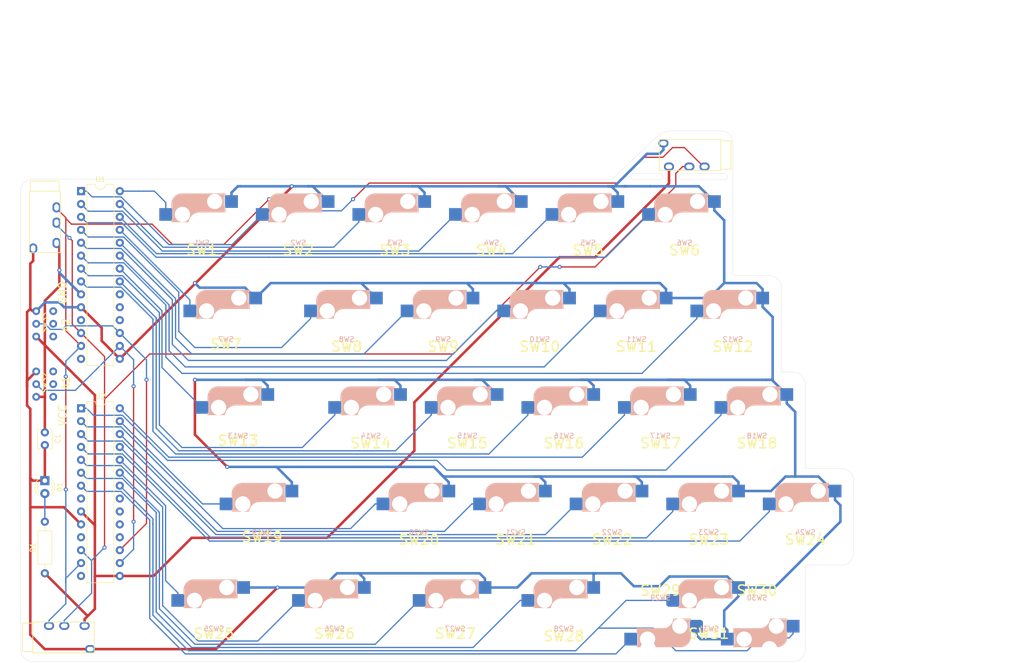
<source format=kicad_pcb>
(kicad_pcb (version 20171130) (host pcbnew 5.1.2-f72e74a~84~ubuntu18.04.1)
  (layers (0 F.Cu signal) (31 B.Cu signal) (34 B.Paste user) (35 F.Paste user) (36 B.SilkS user) (37 F.SilkS user) (38 B.Mask user) (39 F.Mask user) (44 Edge.Cuts user))
  (net 0 "")
  (net 1 GND)
  (net 2 VCC)
  (net 3 SDA)
  (net 4 SCL)
  (net 5 SW1)
  (net 6 SW2)
  (net 7 SW3)
  (net 8 SW4)
  (net 9 SW5)
  (net 10 SW6)
  (net 11 SW7)
  (net 12 SW8)
  (net 13 SW9)
  (net 14 SW10)
  (net 15 SW11)
  (net 16 SW12)
  (net 17 SW13)
  (net 18 SW14)
  (net 19 SW15)
  (net 20 SW16)
  (net 21 SW17)
  (net 22 SW18)
  (net 23 SW19)
  (net 24 SW20)
  (net 25 SW21)
  (net 26 SW22)
  (net 27 SW23)
  (net 28 SW24)
  (net 29 SW25)
  (net 30 SW26)
  (net 31 SW27)
  (net 32 SW28)
  (net 33 SW29)
  (net 34 SW30)
  (net 35 A1)
  (net 36 A2)
  (net 37 "Net-(U1-Pad14)")
  (net 38 "Net-(U1-Pad11)")
  (net 39 "Net-(U1-Pad20)")
  (net 40 "Net-(U1-Pad19)")
  (net 41 "Net-(U1-Pad18)")
  (net 42 "Net-(U2-Pad14)")
  (net 43 "Net-(U2-Pad11)")
  (net 44 "Net-(U2-Pad8)")
  (net 45 "Net-(U2-Pad21)")
  (net 46 "Net-(U2-Pad20)")
  (net 47 "Net-(U2-Pad19)")
  (net 48 "Net-(U2-Pad18)")
  (net 49 "Net-(D1-Pad2)")
  (net 50 "Net-(SW32-Pad6)")
  (net 51 "Net-(SW32-Pad5)")
  (net 52 "Net-(SW32-Pad4)")
  (net 53 "Net-(SW33-Pad6)")
  (net 54 "Net-(SW33-Pad5)")
  (net 55 "Net-(SW33-Pad4)")
  (module lib:MountingHole_2.2mm_M2 (layer F.Cu) (at 78.375 61.75)
    (fp_text reference "" (at 0 -3.2) (layer F.SilkS))
    (fp_text value M2)
    (pad 1 np_thru_hole circle (at 0 0) (size 2.2 2.2) (drill 2.2) (layers *.Cu *.Mask))
  )
  (module lib:MountingHole_2.2mm_M2 (layer F.Cu) (at 190 133)
    (fp_text reference "" (at 0 -3.2) (layer F.SilkS))
    (fp_text value M2)
    (pad 1 np_thru_hole circle (at 0 0) (size 2.2 2.2) (drill 2.2) (layers *.Cu *.Mask))
  )
  (module lib:MountingHole_2.2mm_M2 (layer F.Cu) (at 185.25 76)
    (fp_text reference "" (at 0 -3.2) (layer F.SilkS))
    (fp_text value M2)
    (pad 1 np_thru_hole circle (at 0 0) (size 2.2 2.2) (drill 2.2) (layers *.Cu *.Mask))
  )
  (module lib:MountingHole_2.2mm_M2 (layer F.Cu) (at 199.5 114)
    (fp_text reference "" (at 0 -3.2) (layer F.SilkS))
    (fp_text value M2)
    (pad 1 np_thru_hole circle (at 0 0) (size 2.2 2.2) (drill 2.2) (layers *.Cu *.Mask))
  )
  (module lib:MountingHole_2.2mm_M2 (layer F.Cu) (at 152 133)
    (fp_text reference "" (at 0 -3.2) (layer F.SilkS))
    (fp_text value M2)
    (pad 1 np_thru_hole circle (at 0 0) (size 2.2 2.2) (drill 2.2) (layers *.Cu *.Mask))
  )
  (module lib:MountingHole_2.2mm_M2 (layer F.Cu) (at 104.5 133)
    (fp_text reference "" (at 0 -3.2) (layer F.SilkS))
    (fp_text value M2)
    (pad 1 np_thru_hole circle (at 0 0) (size 2.2 2.2) (drill 2.2) (layers *.Cu *.Mask))
  )
  (module lib:MountingHole_2.2mm_M2 (layer F.Cu) (at 99.75 76)
    (fp_text reference "" (at 0 -3.2) (layer F.SilkS))
    (fp_text value M2)
    (pad 1 np_thru_hole circle (at 0 0) (size 2.2 2.2) (drill 2.2) (layers *.Cu *.Mask))
  )
  (module lib:MountingHole_2.2mm_M2 (layer F.Cu) (at 59.375 140.125)
    (fp_text reference "" (at 0 -3.2) (layer F.SilkS))
    (fp_text value M2)
    (pad 1 np_thru_hole circle (at 0 0) (size 2.2 2.2) (drill 2.2) (layers *.Cu *.Mask))
  )
  (module lib:MountingHole_2.2mm_M2 (layer F.Cu) (at 73.625 140.125)
    (fp_text reference "" (at 0 -3.2) (layer F.SilkS))
    (fp_text value M2)
    (pad 1 np_thru_hole circle (at 0 0) (size 2.2 2.2) (drill 2.2) (layers *.Cu *.Mask))
  )
  (module lib:SlideSwitch_IS2235 (layer F.Cu) (at 59.375 85.5 90)
    (fp_text reference SW33 (at 0.254 0 90) (layer F.SilkS))
    (fp_text value SW_DPDT_x2)
    (pad 6 thru_hole circle (at 2.5 1.65 90) (size 1.524 1.524) (drill 0.762) (layers *.Cu *.Mask) (net 53 "Net-(SW33-Pad6)"))
    (pad 5 thru_hole circle (at 0 1.65 90) (size 1.524 1.524) (drill 0.762) (layers *.Cu *.Mask) (net 54 "Net-(SW33-Pad5)"))
    (pad 4 thru_hole circle (at -2.5 1.65 90) (size 1.524 1.524) (drill 0.762) (layers *.Cu *.Mask) (net 55 "Net-(SW33-Pad4)"))
    (pad 3 thru_hole circle (at 2.5 -1.7 90) (size 1.524 1.524) (drill 0.762) (layers *.Cu *.Mask) (net 1 GND))
    (pad 2 thru_hole circle (at 0 -1.7 90) (size 1.524 1.524) (drill 0.762) (layers *.Cu *.Mask) (net 36 A2))
    (pad 1 thru_hole circle (at -2.5 -1.7 90) (size 1.524 1.524) (drill 0.762) (layers *.Cu *.Mask) (net 2 VCC))
  )
  (module lib:SlideSwitch_IS2235 (layer F.Cu) (at 59.375 97.375 90)
    (fp_text reference SW32 (at 0.254 0 90) (layer F.SilkS))
    (fp_text value SW_DPDT_x2)
    (pad 6 thru_hole circle (at 2.5 1.65 90) (size 1.524 1.524) (drill 0.762) (layers *.Cu *.Mask) (net 50 "Net-(SW32-Pad6)"))
    (pad 5 thru_hole circle (at 0 1.65 90) (size 1.524 1.524) (drill 0.762) (layers *.Cu *.Mask) (net 51 "Net-(SW32-Pad5)"))
    (pad 4 thru_hole circle (at -2.5 1.65 90) (size 1.524 1.524) (drill 0.762) (layers *.Cu *.Mask) (net 52 "Net-(SW32-Pad4)"))
    (pad 3 thru_hole circle (at 2.5 -1.7 90) (size 1.524 1.524) (drill 0.762) (layers *.Cu *.Mask) (net 1 GND))
    (pad 2 thru_hole circle (at 0 -1.7 90) (size 1.524 1.524) (drill 0.762) (layers *.Cu *.Mask) (net 35 A1))
    (pad 1 thru_hole circle (at -2.5 -1.7 90) (size 1.524 1.524) (drill 0.762) (layers *.Cu *.Mask) (net 2 VCC))
  )
  (module lib:MountingHole_2.2mm_M2 (layer F.Cu) (at 73.625 147.25)
    (fp_text reference "" (at 0 -3.2) (layer F.SilkS))
    (fp_text value M2)
    (pad 1 np_thru_hole circle (at 0 0) (size 2.2 2.2) (drill 2.2) (layers *.Cu *.Mask))
  )
  (module lib:MountingHole_2.2mm_M2 (layer F.Cu) (at 59.375 76)
    (fp_text reference "" (at 0 -3.2) (layer F.SilkS))
    (fp_text value M2)
    (pad 1 np_thru_hole circle (at 0 0) (size 2.2 2.2) (drill 2.2) (layers *.Cu *.Mask))
  )
  (module Resistor_THT:R_Axial_DIN0207_L6.3mm_D2.5mm_P10.16mm_Horizontal (layer F.Cu) (at 59.375 134.62 90)
    (fp_text reference R1 (at 5.08 -2.37 90) (layer F.SilkS))
    (fp_text value R)
    (pad 2 thru_hole oval (at 10.16 0 90) (size 1.6 1.6) (drill 0.8) (layers *.Cu *.Mask) (net 49 "Net-(D1-Pad2)"))
    (pad 1 thru_hole circle (at 0 0 90) (size 1.6 1.6) (drill 0.8) (layers *.Cu *.Mask) (net 2 VCC))
  )
  (module LED_THT:LED_D3.0mm (layer F.Cu) (at 59.375 116.375 270)
    (fp_text reference D1 (at 1.27 -2.96 90) (layer F.SilkS))
    (fp_text value LED)
    (pad 2 thru_hole circle (at 2.54 0 270) (size 1.8 1.8) (drill 0.9) (layers *.Cu *.Mask) (net 49 "Net-(D1-Pad2)"))
    (pad 1 thru_hole rect (at 0 0 270) (size 1.8 1.8) (drill 0.9) (layers *.Cu *.Mask) (net 1 GND))
  )
  (module Package_DIP:DIP-28_W7.62mm (layer F.Cu) (at 66.5 102.125)
    (fp_text reference U2 (at 3.81 -2.33) (layer F.SilkS))
    (fp_text value MCP23017_SP)
    (pad 28 thru_hole oval (at 7.62 0) (size 1.6 1.6) (drill 0.8) (layers *.Cu *.Mask) (net 21 SW17))
    (pad 14 thru_hole oval (at 0 33.02) (size 1.6 1.6) (drill 0.8) (layers *.Cu *.Mask) (net 42 "Net-(U2-Pad14)"))
    (pad 27 thru_hole oval (at 7.62 2.54) (size 1.6 1.6) (drill 0.8) (layers *.Cu *.Mask) (net 23 SW19))
    (pad 13 thru_hole oval (at 0 30.48) (size 1.6 1.6) (drill 0.8) (layers *.Cu *.Mask) (net 3 SDA))
    (pad 26 thru_hole oval (at 7.62 5.08) (size 1.6 1.6) (drill 0.8) (layers *.Cu *.Mask) (net 25 SW21))
    (pad 12 thru_hole oval (at 0 27.94) (size 1.6 1.6) (drill 0.8) (layers *.Cu *.Mask) (net 4 SCL))
    (pad 25 thru_hole oval (at 7.62 7.62) (size 1.6 1.6) (drill 0.8) (layers *.Cu *.Mask) (net 27 SW23))
    (pad 11 thru_hole oval (at 0 25.4) (size 1.6 1.6) (drill 0.8) (layers *.Cu *.Mask) (net 43 "Net-(U2-Pad11)"))
    (pad 24 thru_hole oval (at 7.62 10.16) (size 1.6 1.6) (drill 0.8) (layers *.Cu *.Mask) (net 29 SW25))
    (pad 10 thru_hole oval (at 0 22.86) (size 1.6 1.6) (drill 0.8) (layers *.Cu *.Mask) (net 1 GND))
    (pad 23 thru_hole oval (at 7.62 12.7) (size 1.6 1.6) (drill 0.8) (layers *.Cu *.Mask) (net 31 SW27))
    (pad 9 thru_hole oval (at 0 20.32) (size 1.6 1.6) (drill 0.8) (layers *.Cu *.Mask) (net 2 VCC))
    (pad 22 thru_hole oval (at 7.62 15.24) (size 1.6 1.6) (drill 0.8) (layers *.Cu *.Mask) (net 34 SW30))
    (pad 8 thru_hole oval (at 0 17.78) (size 1.6 1.6) (drill 0.8) (layers *.Cu *.Mask) (net 44 "Net-(U2-Pad8)"))
    (pad 21 thru_hole oval (at 7.62 17.78) (size 1.6 1.6) (drill 0.8) (layers *.Cu *.Mask) (net 45 "Net-(U2-Pad21)"))
    (pad 7 thru_hole oval (at 0 15.24) (size 1.6 1.6) (drill 0.8) (layers *.Cu *.Mask) (net 33 SW29))
    (pad 20 thru_hole oval (at 7.62 20.32) (size 1.6 1.6) (drill 0.8) (layers *.Cu *.Mask) (net 46 "Net-(U2-Pad20)"))
    (pad 6 thru_hole oval (at 0 12.7) (size 1.6 1.6) (drill 0.8) (layers *.Cu *.Mask) (net 32 SW28))
    (pad 19 thru_hole oval (at 7.62 22.86) (size 1.6 1.6) (drill 0.8) (layers *.Cu *.Mask) (net 47 "Net-(U2-Pad19)"))
    (pad 5 thru_hole oval (at 0 10.16) (size 1.6 1.6) (drill 0.8) (layers *.Cu *.Mask) (net 30 SW26))
    (pad 18 thru_hole oval (at 7.62 25.4) (size 1.6 1.6) (drill 0.8) (layers *.Cu *.Mask) (net 48 "Net-(U2-Pad18)"))
    (pad 4 thru_hole oval (at 0 7.62) (size 1.6 1.6) (drill 0.8) (layers *.Cu *.Mask) (net 28 SW24))
    (pad 17 thru_hole oval (at 7.62 27.94) (size 1.6 1.6) (drill 0.8) (layers *.Cu *.Mask) (net 36 A2))
    (pad 3 thru_hole oval (at 0 5.08) (size 1.6 1.6) (drill 0.8) (layers *.Cu *.Mask) (net 26 SW22))
    (pad 16 thru_hole oval (at 7.62 30.48) (size 1.6 1.6) (drill 0.8) (layers *.Cu *.Mask) (net 35 A1))
    (pad 2 thru_hole oval (at 0 2.54) (size 1.6 1.6) (drill 0.8) (layers *.Cu *.Mask) (net 24 SW20))
    (pad 15 thru_hole oval (at 7.62 33.02) (size 1.6 1.6) (drill 0.8) (layers *.Cu *.Mask) (net 2 VCC))
    (pad 1 thru_hole rect (at 0 0) (size 1.6 1.6) (drill 0.8) (layers *.Cu *.Mask) (net 22 SW18))
  )
  (module Package_DIP:DIP-28_W7.62mm (layer F.Cu) (at 66.5 59.375)
    (fp_text reference U1 (at 3.81 -2.33) (layer F.SilkS))
    (fp_text value MCP23017_SP)
    (pad 28 thru_hole oval (at 7.62 0) (size 1.6 1.6) (drill 0.8) (layers *.Cu *.Mask) (net 5 SW1))
    (pad 14 thru_hole oval (at 0 33.02) (size 1.6 1.6) (drill 0.8) (layers *.Cu *.Mask) (net 37 "Net-(U1-Pad14)"))
    (pad 27 thru_hole oval (at 7.62 2.54) (size 1.6 1.6) (drill 0.8) (layers *.Cu *.Mask) (net 7 SW3))
    (pad 13 thru_hole oval (at 0 30.48) (size 1.6 1.6) (drill 0.8) (layers *.Cu *.Mask) (net 3 SDA))
    (pad 26 thru_hole oval (at 7.62 5.08) (size 1.6 1.6) (drill 0.8) (layers *.Cu *.Mask) (net 9 SW5))
    (pad 12 thru_hole oval (at 0 27.94) (size 1.6 1.6) (drill 0.8) (layers *.Cu *.Mask) (net 4 SCL))
    (pad 25 thru_hole oval (at 7.62 7.62) (size 1.6 1.6) (drill 0.8) (layers *.Cu *.Mask) (net 11 SW7))
    (pad 11 thru_hole oval (at 0 25.4) (size 1.6 1.6) (drill 0.8) (layers *.Cu *.Mask) (net 38 "Net-(U1-Pad11)"))
    (pad 24 thru_hole oval (at 7.62 10.16) (size 1.6 1.6) (drill 0.8) (layers *.Cu *.Mask) (net 13 SW9))
    (pad 10 thru_hole oval (at 0 22.86) (size 1.6 1.6) (drill 0.8) (layers *.Cu *.Mask) (net 1 GND))
    (pad 23 thru_hole oval (at 7.62 12.7) (size 1.6 1.6) (drill 0.8) (layers *.Cu *.Mask) (net 15 SW11))
    (pad 9 thru_hole oval (at 0 20.32) (size 1.6 1.6) (drill 0.8) (layers *.Cu *.Mask) (net 2 VCC))
    (pad 22 thru_hole oval (at 7.62 15.24) (size 1.6 1.6) (drill 0.8) (layers *.Cu *.Mask) (net 17 SW13))
    (pad 8 thru_hole oval (at 0 17.78) (size 1.6 1.6) (drill 0.8) (layers *.Cu *.Mask) (net 20 SW16))
    (pad 21 thru_hole oval (at 7.62 17.78) (size 1.6 1.6) (drill 0.8) (layers *.Cu *.Mask) (net 19 SW15))
    (pad 7 thru_hole oval (at 0 15.24) (size 1.6 1.6) (drill 0.8) (layers *.Cu *.Mask) (net 18 SW14))
    (pad 20 thru_hole oval (at 7.62 20.32) (size 1.6 1.6) (drill 0.8) (layers *.Cu *.Mask) (net 39 "Net-(U1-Pad20)"))
    (pad 6 thru_hole oval (at 0 12.7) (size 1.6 1.6) (drill 0.8) (layers *.Cu *.Mask) (net 16 SW12))
    (pad 19 thru_hole oval (at 7.62 22.86) (size 1.6 1.6) (drill 0.8) (layers *.Cu *.Mask) (net 40 "Net-(U1-Pad19)"))
    (pad 5 thru_hole oval (at 0 10.16) (size 1.6 1.6) (drill 0.8) (layers *.Cu *.Mask) (net 14 SW10))
    (pad 18 thru_hole oval (at 7.62 25.4) (size 1.6 1.6) (drill 0.8) (layers *.Cu *.Mask) (net 41 "Net-(U1-Pad18)"))
    (pad 4 thru_hole oval (at 0 7.62) (size 1.6 1.6) (drill 0.8) (layers *.Cu *.Mask) (net 12 SW8))
    (pad 17 thru_hole oval (at 7.62 27.94) (size 1.6 1.6) (drill 0.8) (layers *.Cu *.Mask) (net 36 A2))
    (pad 3 thru_hole oval (at 0 5.08) (size 1.6 1.6) (drill 0.8) (layers *.Cu *.Mask) (net 10 SW6))
    (pad 16 thru_hole oval (at 7.62 30.48) (size 1.6 1.6) (drill 0.8) (layers *.Cu *.Mask) (net 35 A1))
    (pad 2 thru_hole oval (at 0 2.54) (size 1.6 1.6) (drill 0.8) (layers *.Cu *.Mask) (net 8 SW4))
    (pad 15 thru_hole oval (at 7.62 33.02) (size 1.6 1.6) (drill 0.8) (layers *.Cu *.Mask) (net 1 GND))
    (pad 1 thru_hole rect (at 0 0) (size 1.6 1.6) (drill 0.8) (layers *.Cu *.Mask) (net 6 SW2))
  )
  (module MX_Socket:MXOnly-2U-Hotswap-ReversedStabilizers (layer F.Cu) (at 190 142.5)
    (fp_text reference SW31)
    (fp_text value SW_Push)
    (fp_text user %R (at 0 4) (layer F.SilkS) (effects (font (size 2 2) (thickness 0.3))))
    (fp_text user %R (at 0 3.048) (layer B.SilkS) (effects (justify mirror)))
    (pad "" np_thru_hole circle (at -11.938 -8.255) (size 3.9878 3.9878) (drill 3.9878) (layers *.Cu *.Mask))
    (pad "" np_thru_hole circle (at 11.938 -8.255) (size 3.9878 3.9878) (drill 3.9878) (layers *.Cu *.Mask))
    (pad "" np_thru_hole circle (at -11.938 6.985) (size 3.048 3.048) (drill 3.048) (layers *.Cu *.Mask))
    (pad "" np_thru_hole circle (at 11.938 6.985) (size 3.048 3.048) (drill 3.048) (layers *.Cu *.Mask))
    (pad 2 smd rect (at 5.842 -5.08) (size 2.55 2.5) (layers B.Cu B.Paste B.Mask) (net 1 GND))
    (pad 1 smd rect (at -7.085 -2.54) (size 2.55 2.5) (layers B.Cu B.Paste B.Mask) (net 34 SW30))
    (pad "" np_thru_hole circle (at 5.08 0 48.0996) (size 1.75 1.75) (drill 1.75) (layers *.Cu *.Mask))
    (pad "" np_thru_hole circle (at -5.08 0 48.0996) (size 1.75 1.75) (drill 1.75) (layers *.Cu *.Mask))
    (pad "" np_thru_hole circle (at -3.81 -2.54) (size 3 3) (drill 3) (layers *.Cu *.Mask))
    (pad "" np_thru_hole circle (at 0 0) (size 3.9878 3.9878) (drill 3.9878) (layers *.Cu *.Mask))
    (pad "" np_thru_hole circle (at 2.54 -5.08) (size 3 3) (drill 3) (layers *.Cu *.Mask))
  )
  (module MX_Socket:MXOnly-1U-Hotswap (layer F.Cu) (at 199.5 142.5 180)
    (fp_text reference SW30)
    (fp_text value SW_Push)
    (fp_text user %R (at 0 4.5) (layer F.SilkS) (effects (font (size 2 2) (thickness 0.3))))
    (fp_text user %R (at 0 3.048) (layer B.SilkS) (effects (justify mirror)))
    (pad 2 smd rect (at 5.842 -5.08 180) (size 2.55 2.5) (layers B.Cu B.Paste B.Mask) (net 1 GND))
    (pad 1 smd rect (at -7.085 -2.54 180) (size 2.55 2.5) (layers B.Cu B.Paste B.Mask) (net 34 SW30))
    (pad "" np_thru_hole circle (at 5.08 0 228.0996) (size 1.75 1.75) (drill 1.75) (layers *.Cu *.Mask))
    (pad "" np_thru_hole circle (at -5.08 0 228.0996) (size 1.75 1.75) (drill 1.75) (layers *.Cu *.Mask))
    (pad "" np_thru_hole circle (at -3.81 -2.54 180) (size 3 3) (drill 3) (layers *.Cu *.Mask))
    (pad "" np_thru_hole circle (at 0 0 180) (size 3.9878 3.9878) (drill 3.9878) (layers *.Cu *.Mask))
    (pad "" np_thru_hole circle (at 2.54 -5.08 180) (size 3 3) (drill 3) (layers *.Cu *.Mask))
  )
  (module MX_Socket:MXOnly-1U-Hotswap (layer F.Cu) (at 180.5 142.5 180)
    (fp_text reference SW29)
    (fp_text value SW_Push)
    (fp_text user %R (at 0 4.5) (layer F.SilkS) (effects (font (size 2 2) (thickness 0.3))))
    (fp_text user %R (at 0 3.048) (layer B.SilkS) (effects (justify mirror)))
    (pad 2 smd rect (at 5.842 -5.08 180) (size 2.55 2.5) (layers B.Cu B.Paste B.Mask) (net 33 SW29))
    (pad 1 smd rect (at -7.085 -2.54 180) (size 2.55 2.5) (layers B.Cu B.Paste B.Mask) (net 1 GND))
    (pad "" np_thru_hole circle (at 5.08 0 228.0996) (size 1.75 1.75) (drill 1.75) (layers *.Cu *.Mask))
    (pad "" np_thru_hole circle (at -5.08 0 228.0996) (size 1.75 1.75) (drill 1.75) (layers *.Cu *.Mask))
    (pad "" np_thru_hole circle (at -3.81 -2.54 180) (size 3 3) (drill 3) (layers *.Cu *.Mask))
    (pad "" np_thru_hole circle (at 0 0 180) (size 3.9878 3.9878) (drill 3.9878) (layers *.Cu *.Mask))
    (pad "" np_thru_hole circle (at 2.54 -5.08 180) (size 3 3) (drill 3) (layers *.Cu *.Mask))
  )
  (module MX_Socket:MXOnly-1U-Hotswap (layer F.Cu) (at 161.5 142.5)
    (fp_text reference SW28)
    (fp_text value SW_Push)
    (fp_text user %R (at 0 4.5) (layer F.SilkS) (effects (font (size 2 2) (thickness 0.3))))
    (fp_text user %R (at 0 3.048) (layer B.SilkS) (effects (justify mirror)))
    (pad 2 smd rect (at 5.842 -5.08) (size 2.55 2.5) (layers B.Cu B.Paste B.Mask) (net 1 GND))
    (pad 1 smd rect (at -7.085 -2.54) (size 2.55 2.5) (layers B.Cu B.Paste B.Mask) (net 32 SW28))
    (pad "" np_thru_hole circle (at 5.08 0 48.0996) (size 1.75 1.75) (drill 1.75) (layers *.Cu *.Mask))
    (pad "" np_thru_hole circle (at -5.08 0 48.0996) (size 1.75 1.75) (drill 1.75) (layers *.Cu *.Mask))
    (pad "" np_thru_hole circle (at -3.81 -2.54) (size 3 3) (drill 3) (layers *.Cu *.Mask))
    (pad "" np_thru_hole circle (at 0 0) (size 3.9878 3.9878) (drill 3.9878) (layers *.Cu *.Mask))
    (pad "" np_thru_hole circle (at 2.54 -5.08) (size 3 3) (drill 3) (layers *.Cu *.Mask))
  )
  (module MX_Socket:MXOnly-1.25U-Hotswap (layer F.Cu) (at 140.125 142.5)
    (fp_text reference SW27)
    (fp_text value SW_Push)
    (fp_text user %R (at 0 4) (layer F.SilkS) (effects (font (size 2 2) (thickness 0.3))))
    (fp_text user %R (at 0 3.048) (layer B.SilkS) (effects (justify mirror)))
    (pad 2 smd rect (at 5.842 -5.08) (size 2.55 2.5) (layers B.Cu B.Paste B.Mask) (net 1 GND))
    (pad 1 smd rect (at -7.085 -2.54) (size 2.55 2.5) (layers B.Cu B.Paste B.Mask) (net 31 SW27))
    (pad "" np_thru_hole circle (at 5.08 0 48.0996) (size 1.75 1.75) (drill 1.75) (layers *.Cu *.Mask))
    (pad "" np_thru_hole circle (at -5.08 0 48.0996) (size 1.75 1.75) (drill 1.75) (layers *.Cu *.Mask))
    (pad "" np_thru_hole circle (at -3.81 -2.54) (size 3 3) (drill 3) (layers *.Cu *.Mask))
    (pad "" np_thru_hole circle (at 0 0) (size 3.9878 3.9878) (drill 3.9878) (layers *.Cu *.Mask))
    (pad "" np_thru_hole circle (at 2.54 -5.08) (size 3 3) (drill 3) (layers *.Cu *.Mask))
  )
  (module MX_Socket:MXOnly-1.25U-Hotswap (layer F.Cu) (at 116.375 142.5)
    (fp_text reference SW26)
    (fp_text value SW_Push)
    (fp_text user %R (at 0 4) (layer F.SilkS) (effects (font (size 2 2) (thickness 0.3))))
    (fp_text user %R (at 0 3.048) (layer B.SilkS) (effects (justify mirror)))
    (pad 2 smd rect (at 5.842 -5.08) (size 2.55 2.5) (layers B.Cu B.Paste B.Mask) (net 1 GND))
    (pad 1 smd rect (at -7.085 -2.54) (size 2.55 2.5) (layers B.Cu B.Paste B.Mask) (net 30 SW26))
    (pad "" np_thru_hole circle (at 5.08 0 48.0996) (size 1.75 1.75) (drill 1.75) (layers *.Cu *.Mask))
    (pad "" np_thru_hole circle (at -5.08 0 48.0996) (size 1.75 1.75) (drill 1.75) (layers *.Cu *.Mask))
    (pad "" np_thru_hole circle (at -3.81 -2.54) (size 3 3) (drill 3) (layers *.Cu *.Mask))
    (pad "" np_thru_hole circle (at 0 0) (size 3.9878 3.9878) (drill 3.9878) (layers *.Cu *.Mask))
    (pad "" np_thru_hole circle (at 2.54 -5.08) (size 3 3) (drill 3) (layers *.Cu *.Mask))
  )
  (module MX_Socket:MXOnly-1.25U-Hotswap (layer F.Cu) (at 92.625 142.5)
    (fp_text reference SW25)
    (fp_text value SW_Push)
    (fp_text user %R (at 0 4) (layer F.SilkS) (effects (font (size 2 2) (thickness 0.3))))
    (fp_text user %R (at 0 3.048) (layer B.SilkS) (effects (justify mirror)))
    (pad 2 smd rect (at 5.842 -5.08) (size 2.55 2.5) (layers B.Cu B.Paste B.Mask) (net 1 GND))
    (pad 1 smd rect (at -7.085 -2.54) (size 2.55 2.5) (layers B.Cu B.Paste B.Mask) (net 29 SW25))
    (pad "" np_thru_hole circle (at 5.08 0 48.0996) (size 1.75 1.75) (drill 1.75) (layers *.Cu *.Mask))
    (pad "" np_thru_hole circle (at -5.08 0 48.0996) (size 1.75 1.75) (drill 1.75) (layers *.Cu *.Mask))
    (pad "" np_thru_hole circle (at -3.81 -2.54) (size 3 3) (drill 3) (layers *.Cu *.Mask))
    (pad "" np_thru_hole circle (at 0 0) (size 3.9878 3.9878) (drill 3.9878) (layers *.Cu *.Mask))
    (pad "" np_thru_hole circle (at 2.54 -5.08) (size 3 3) (drill 3) (layers *.Cu *.Mask))
  )
  (module MX_Socket:MXOnly-1U-Hotswap (layer F.Cu) (at 209 123.5)
    (fp_text reference SW24)
    (fp_text value SW_Push)
    (fp_text user %R (at 0 4.5) (layer F.SilkS) (effects (font (size 2 2) (thickness 0.3))))
    (fp_text user %R (at 0 3.048) (layer B.SilkS) (effects (justify mirror)))
    (pad 2 smd rect (at 5.842 -5.08) (size 2.55 2.5) (layers B.Cu B.Paste B.Mask) (net 1 GND))
    (pad 1 smd rect (at -7.085 -2.54) (size 2.55 2.5) (layers B.Cu B.Paste B.Mask) (net 28 SW24))
    (pad "" np_thru_hole circle (at 5.08 0 48.0996) (size 1.75 1.75) (drill 1.75) (layers *.Cu *.Mask))
    (pad "" np_thru_hole circle (at -5.08 0 48.0996) (size 1.75 1.75) (drill 1.75) (layers *.Cu *.Mask))
    (pad "" np_thru_hole circle (at -3.81 -2.54) (size 3 3) (drill 3) (layers *.Cu *.Mask))
    (pad "" np_thru_hole circle (at 0 0) (size 3.9878 3.9878) (drill 3.9878) (layers *.Cu *.Mask))
    (pad "" np_thru_hole circle (at 2.54 -5.08) (size 3 3) (drill 3) (layers *.Cu *.Mask))
  )
  (module MX_Socket:MXOnly-1U-Hotswap (layer F.Cu) (at 190 123.5)
    (fp_text reference SW23)
    (fp_text value SW_Push)
    (fp_text user %R (at 0 4.5) (layer F.SilkS) (effects (font (size 2 2) (thickness 0.3))))
    (fp_text user %R (at 0 3.048) (layer B.SilkS) (effects (justify mirror)))
    (pad 2 smd rect (at 5.842 -5.08) (size 2.55 2.5) (layers B.Cu B.Paste B.Mask) (net 1 GND))
    (pad 1 smd rect (at -7.085 -2.54) (size 2.55 2.5) (layers B.Cu B.Paste B.Mask) (net 27 SW23))
    (pad "" np_thru_hole circle (at 5.08 0 48.0996) (size 1.75 1.75) (drill 1.75) (layers *.Cu *.Mask))
    (pad "" np_thru_hole circle (at -5.08 0 48.0996) (size 1.75 1.75) (drill 1.75) (layers *.Cu *.Mask))
    (pad "" np_thru_hole circle (at -3.81 -2.54) (size 3 3) (drill 3) (layers *.Cu *.Mask))
    (pad "" np_thru_hole circle (at 0 0) (size 3.9878 3.9878) (drill 3.9878) (layers *.Cu *.Mask))
    (pad "" np_thru_hole circle (at 2.54 -5.08) (size 3 3) (drill 3) (layers *.Cu *.Mask))
  )
  (module MX_Socket:MXOnly-1U-Hotswap (layer F.Cu) (at 171 123.5)
    (fp_text reference SW22)
    (fp_text value SW_Push)
    (fp_text user %R (at 0 4.5) (layer F.SilkS) (effects (font (size 2 2) (thickness 0.3))))
    (fp_text user %R (at 0 3.048) (layer B.SilkS) (effects (justify mirror)))
    (pad 2 smd rect (at 5.842 -5.08) (size 2.55 2.5) (layers B.Cu B.Paste B.Mask) (net 1 GND))
    (pad 1 smd rect (at -7.085 -2.54) (size 2.55 2.5) (layers B.Cu B.Paste B.Mask) (net 26 SW22))
    (pad "" np_thru_hole circle (at 5.08 0 48.0996) (size 1.75 1.75) (drill 1.75) (layers *.Cu *.Mask))
    (pad "" np_thru_hole circle (at -5.08 0 48.0996) (size 1.75 1.75) (drill 1.75) (layers *.Cu *.Mask))
    (pad "" np_thru_hole circle (at -3.81 -2.54) (size 3 3) (drill 3) (layers *.Cu *.Mask))
    (pad "" np_thru_hole circle (at 0 0) (size 3.9878 3.9878) (drill 3.9878) (layers *.Cu *.Mask))
    (pad "" np_thru_hole circle (at 2.54 -5.08) (size 3 3) (drill 3) (layers *.Cu *.Mask))
  )
  (module MX_Socket:MXOnly-1U-Hotswap (layer F.Cu) (at 152 123.5)
    (fp_text reference SW21)
    (fp_text value SW_Push)
    (fp_text user %R (at 0 4.5) (layer F.SilkS) (effects (font (size 2 2) (thickness 0.3))))
    (fp_text user %R (at 0 3.048) (layer B.SilkS) (effects (justify mirror)))
    (pad 2 smd rect (at 5.842 -5.08) (size 2.55 2.5) (layers B.Cu B.Paste B.Mask) (net 1 GND))
    (pad 1 smd rect (at -7.085 -2.54) (size 2.55 2.5) (layers B.Cu B.Paste B.Mask) (net 25 SW21))
    (pad "" np_thru_hole circle (at 5.08 0 48.0996) (size 1.75 1.75) (drill 1.75) (layers *.Cu *.Mask))
    (pad "" np_thru_hole circle (at -5.08 0 48.0996) (size 1.75 1.75) (drill 1.75) (layers *.Cu *.Mask))
    (pad "" np_thru_hole circle (at -3.81 -2.54) (size 3 3) (drill 3) (layers *.Cu *.Mask))
    (pad "" np_thru_hole circle (at 0 0) (size 3.9878 3.9878) (drill 3.9878) (layers *.Cu *.Mask))
    (pad "" np_thru_hole circle (at 2.54 -5.08) (size 3 3) (drill 3) (layers *.Cu *.Mask))
  )
  (module MX_Socket:MXOnly-1U-Hotswap (layer F.Cu) (at 133 123.5)
    (fp_text reference SW20)
    (fp_text value SW_Push)
    (fp_text user %R (at 0 4.5) (layer F.SilkS) (effects (font (size 2 2) (thickness 0.3))))
    (fp_text user %R (at 0 3.048) (layer B.SilkS) (effects (justify mirror)))
    (pad 2 smd rect (at 5.842 -5.08) (size 2.55 2.5) (layers B.Cu B.Paste B.Mask) (net 1 GND))
    (pad 1 smd rect (at -7.085 -2.54) (size 2.55 2.5) (layers B.Cu B.Paste B.Mask) (net 24 SW20))
    (pad "" np_thru_hole circle (at 5.08 0 48.0996) (size 1.75 1.75) (drill 1.75) (layers *.Cu *.Mask))
    (pad "" np_thru_hole circle (at -5.08 0 48.0996) (size 1.75 1.75) (drill 1.75) (layers *.Cu *.Mask))
    (pad "" np_thru_hole circle (at -3.81 -2.54) (size 3 3) (drill 3) (layers *.Cu *.Mask))
    (pad "" np_thru_hole circle (at 0 0) (size 3.9878 3.9878) (drill 3.9878) (layers *.Cu *.Mask))
    (pad "" np_thru_hole circle (at 2.54 -5.08) (size 3 3) (drill 3) (layers *.Cu *.Mask))
  )
  (module MX_Socket:MXOnly-2.25U-Hotswap (layer F.Cu) (at 102.125 123.5)
    (fp_text reference SW19)
    (fp_text value SW_Push)
    (fp_text user %R (at 0 4) (layer F.SilkS) (effects (font (size 2 2) (thickness 0.3))))
    (fp_text user %R (at 0 3.048) (layer B.SilkS) (effects (justify mirror)))
    (pad "" np_thru_hole circle (at -11.938 8.255) (size 3.9878 3.9878) (drill 3.9878) (layers *.Cu *.Mask))
    (pad "" np_thru_hole circle (at 11.938 8.255) (size 3.9878 3.9878) (drill 3.9878) (layers *.Cu *.Mask))
    (pad "" np_thru_hole circle (at -11.938 -6.985) (size 3.048 3.048) (drill 3.048) (layers *.Cu *.Mask))
    (pad "" np_thru_hole circle (at 11.938 -6.985) (size 3.048 3.048) (drill 3.048) (layers *.Cu *.Mask))
    (pad 2 smd rect (at 5.842 -5.08) (size 2.55 2.5) (layers B.Cu B.Paste B.Mask) (net 1 GND))
    (pad 1 smd rect (at -7.085 -2.54) (size 2.55 2.5) (layers B.Cu B.Paste B.Mask) (net 23 SW19))
    (pad "" np_thru_hole circle (at 5.08 0 48.0996) (size 1.75 1.75) (drill 1.75) (layers *.Cu *.Mask))
    (pad "" np_thru_hole circle (at -5.08 0 48.0996) (size 1.75 1.75) (drill 1.75) (layers *.Cu *.Mask))
    (pad "" np_thru_hole circle (at -3.81 -2.54) (size 3 3) (drill 3) (layers *.Cu *.Mask))
    (pad "" np_thru_hole circle (at 0 0) (size 3.9878 3.9878) (drill 3.9878) (layers *.Cu *.Mask))
    (pad "" np_thru_hole circle (at 2.54 -5.08) (size 3 3) (drill 3) (layers *.Cu *.Mask))
  )
  (module MX_Socket:MXOnly-1U-Hotswap (layer F.Cu) (at 199.5 104.5)
    (fp_text reference SW18)
    (fp_text value SW_Push)
    (fp_text user %R (at 0 4.5) (layer F.SilkS) (effects (font (size 2 2) (thickness 0.3))))
    (fp_text user %R (at 0 3.048) (layer B.SilkS) (effects (justify mirror)))
    (pad 2 smd rect (at 5.842 -5.08) (size 2.55 2.5) (layers B.Cu B.Paste B.Mask) (net 1 GND))
    (pad 1 smd rect (at -7.085 -2.54) (size 2.55 2.5) (layers B.Cu B.Paste B.Mask) (net 22 SW18))
    (pad "" np_thru_hole circle (at 5.08 0 48.0996) (size 1.75 1.75) (drill 1.75) (layers *.Cu *.Mask))
    (pad "" np_thru_hole circle (at -5.08 0 48.0996) (size 1.75 1.75) (drill 1.75) (layers *.Cu *.Mask))
    (pad "" np_thru_hole circle (at -3.81 -2.54) (size 3 3) (drill 3) (layers *.Cu *.Mask))
    (pad "" np_thru_hole circle (at 0 0) (size 3.9878 3.9878) (drill 3.9878) (layers *.Cu *.Mask))
    (pad "" np_thru_hole circle (at 2.54 -5.08) (size 3 3) (drill 3) (layers *.Cu *.Mask))
  )
  (module MX_Socket:MXOnly-1U-Hotswap (layer F.Cu) (at 180.5 104.5)
    (fp_text reference SW17)
    (fp_text value SW_Push)
    (fp_text user %R (at 0 4.5) (layer F.SilkS) (effects (font (size 2 2) (thickness 0.3))))
    (fp_text user %R (at 0 3.048) (layer B.SilkS) (effects (justify mirror)))
    (pad 2 smd rect (at 5.842 -5.08) (size 2.55 2.5) (layers B.Cu B.Paste B.Mask) (net 1 GND))
    (pad 1 smd rect (at -7.085 -2.54) (size 2.55 2.5) (layers B.Cu B.Paste B.Mask) (net 21 SW17))
    (pad "" np_thru_hole circle (at 5.08 0 48.0996) (size 1.75 1.75) (drill 1.75) (layers *.Cu *.Mask))
    (pad "" np_thru_hole circle (at -5.08 0 48.0996) (size 1.75 1.75) (drill 1.75) (layers *.Cu *.Mask))
    (pad "" np_thru_hole circle (at -3.81 -2.54) (size 3 3) (drill 3) (layers *.Cu *.Mask))
    (pad "" np_thru_hole circle (at 0 0) (size 3.9878 3.9878) (drill 3.9878) (layers *.Cu *.Mask))
    (pad "" np_thru_hole circle (at 2.54 -5.08) (size 3 3) (drill 3) (layers *.Cu *.Mask))
  )
  (module MX_Socket:MXOnly-1U-Hotswap (layer F.Cu) (at 161.5 104.5)
    (fp_text reference SW16)
    (fp_text value SW_Push)
    (fp_text user %R (at 0 4.5) (layer F.SilkS) (effects (font (size 2 2) (thickness 0.3))))
    (fp_text user %R (at 0 3.048) (layer B.SilkS) (effects (justify mirror)))
    (pad 2 smd rect (at 5.842 -5.08) (size 2.55 2.5) (layers B.Cu B.Paste B.Mask) (net 1 GND))
    (pad 1 smd rect (at -7.085 -2.54) (size 2.55 2.5) (layers B.Cu B.Paste B.Mask) (net 20 SW16))
    (pad "" np_thru_hole circle (at 5.08 0 48.0996) (size 1.75 1.75) (drill 1.75) (layers *.Cu *.Mask))
    (pad "" np_thru_hole circle (at -5.08 0 48.0996) (size 1.75 1.75) (drill 1.75) (layers *.Cu *.Mask))
    (pad "" np_thru_hole circle (at -3.81 -2.54) (size 3 3) (drill 3) (layers *.Cu *.Mask))
    (pad "" np_thru_hole circle (at 0 0) (size 3.9878 3.9878) (drill 3.9878) (layers *.Cu *.Mask))
    (pad "" np_thru_hole circle (at 2.54 -5.08) (size 3 3) (drill 3) (layers *.Cu *.Mask))
  )
  (module MX_Socket:MXOnly-1U-Hotswap (layer F.Cu) (at 142.5 104.5)
    (fp_text reference SW15)
    (fp_text value SW_Push)
    (fp_text user %R (at 0 4.5) (layer F.SilkS) (effects (font (size 2 2) (thickness 0.3))))
    (fp_text user %R (at 0 3.048) (layer B.SilkS) (effects (justify mirror)))
    (pad 2 smd rect (at 5.842 -5.08) (size 2.55 2.5) (layers B.Cu B.Paste B.Mask) (net 1 GND))
    (pad 1 smd rect (at -7.085 -2.54) (size 2.55 2.5) (layers B.Cu B.Paste B.Mask) (net 19 SW15))
    (pad "" np_thru_hole circle (at 5.08 0 48.0996) (size 1.75 1.75) (drill 1.75) (layers *.Cu *.Mask))
    (pad "" np_thru_hole circle (at -5.08 0 48.0996) (size 1.75 1.75) (drill 1.75) (layers *.Cu *.Mask))
    (pad "" np_thru_hole circle (at -3.81 -2.54) (size 3 3) (drill 3) (layers *.Cu *.Mask))
    (pad "" np_thru_hole circle (at 0 0) (size 3.9878 3.9878) (drill 3.9878) (layers *.Cu *.Mask))
    (pad "" np_thru_hole circle (at 2.54 -5.08) (size 3 3) (drill 3) (layers *.Cu *.Mask))
  )
  (module MX_Socket:MXOnly-1U-Hotswap (layer F.Cu) (at 123.5 104.5)
    (fp_text reference SW14)
    (fp_text value SW_Push)
    (fp_text user %R (at 0 4.5) (layer F.SilkS) (effects (font (size 2 2) (thickness 0.3))))
    (fp_text user %R (at 0 3.048) (layer B.SilkS) (effects (justify mirror)))
    (pad 2 smd rect (at 5.842 -5.08) (size 2.55 2.5) (layers B.Cu B.Paste B.Mask) (net 1 GND))
    (pad 1 smd rect (at -7.085 -2.54) (size 2.55 2.5) (layers B.Cu B.Paste B.Mask) (net 18 SW14))
    (pad "" np_thru_hole circle (at 5.08 0 48.0996) (size 1.75 1.75) (drill 1.75) (layers *.Cu *.Mask))
    (pad "" np_thru_hole circle (at -5.08 0 48.0996) (size 1.75 1.75) (drill 1.75) (layers *.Cu *.Mask))
    (pad "" np_thru_hole circle (at -3.81 -2.54) (size 3 3) (drill 3) (layers *.Cu *.Mask))
    (pad "" np_thru_hole circle (at 0 0) (size 3.9878 3.9878) (drill 3.9878) (layers *.Cu *.Mask))
    (pad "" np_thru_hole circle (at 2.54 -5.08) (size 3 3) (drill 3) (layers *.Cu *.Mask))
  )
  (module MX_Socket:MXOnly-1.75U-Hotswap (layer F.Cu) (at 97.375 104.5)
    (fp_text reference SW13)
    (fp_text value SW_Push)
    (fp_text user %R (at 0 4) (layer F.SilkS) (effects (font (size 2 2) (thickness 0.3))))
    (fp_text user %R (at 0 3.048) (layer B.SilkS) (effects (justify mirror)))
    (pad 2 smd rect (at 5.842 -5.08) (size 2.55 2.5) (layers B.Cu B.Paste B.Mask) (net 1 GND))
    (pad 1 smd rect (at -7.085 -2.54) (size 2.55 2.5) (layers B.Cu B.Paste B.Mask) (net 17 SW13))
    (pad "" np_thru_hole circle (at 5.08 0 48.0996) (size 1.75 1.75) (drill 1.75) (layers *.Cu *.Mask))
    (pad "" np_thru_hole circle (at -5.08 0 48.0996) (size 1.75 1.75) (drill 1.75) (layers *.Cu *.Mask))
    (pad "" np_thru_hole circle (at -3.81 -2.54) (size 3 3) (drill 3) (layers *.Cu *.Mask))
    (pad "" np_thru_hole circle (at 0 0) (size 3.9878 3.9878) (drill 3.9878) (layers *.Cu *.Mask))
    (pad "" np_thru_hole circle (at 2.54 -5.08) (size 3 3) (drill 3) (layers *.Cu *.Mask))
  )
  (module MX_Socket:MXOnly-1U-Hotswap (layer F.Cu) (at 194.75 85.5)
    (fp_text reference SW12)
    (fp_text value SW_Push)
    (fp_text user %R (at 0 4.5) (layer F.SilkS) (effects (font (size 2 2) (thickness 0.3))))
    (fp_text user %R (at 0 3.048) (layer B.SilkS) (effects (justify mirror)))
    (pad 2 smd rect (at 5.842 -5.08) (size 2.55 2.5) (layers B.Cu B.Paste B.Mask) (net 1 GND))
    (pad 1 smd rect (at -7.085 -2.54) (size 2.55 2.5) (layers B.Cu B.Paste B.Mask) (net 16 SW12))
    (pad "" np_thru_hole circle (at 5.08 0 48.0996) (size 1.75 1.75) (drill 1.75) (layers *.Cu *.Mask))
    (pad "" np_thru_hole circle (at -5.08 0 48.0996) (size 1.75 1.75) (drill 1.75) (layers *.Cu *.Mask))
    (pad "" np_thru_hole circle (at -3.81 -2.54) (size 3 3) (drill 3) (layers *.Cu *.Mask))
    (pad "" np_thru_hole circle (at 0 0) (size 3.9878 3.9878) (drill 3.9878) (layers *.Cu *.Mask))
    (pad "" np_thru_hole circle (at 2.54 -5.08) (size 3 3) (drill 3) (layers *.Cu *.Mask))
  )
  (module MX_Socket:MXOnly-1U-Hotswap (layer F.Cu) (at 175.75 85.5)
    (fp_text reference SW11)
    (fp_text value SW_Push)
    (fp_text user %R (at 0 4.5) (layer F.SilkS) (effects (font (size 2 2) (thickness 0.3))))
    (fp_text user %R (at 0 3.048) (layer B.SilkS) (effects (justify mirror)))
    (pad 2 smd rect (at 5.842 -5.08) (size 2.55 2.5) (layers B.Cu B.Paste B.Mask) (net 1 GND))
    (pad 1 smd rect (at -7.085 -2.54) (size 2.55 2.5) (layers B.Cu B.Paste B.Mask) (net 15 SW11))
    (pad "" np_thru_hole circle (at 5.08 0 48.0996) (size 1.75 1.75) (drill 1.75) (layers *.Cu *.Mask))
    (pad "" np_thru_hole circle (at -5.08 0 48.0996) (size 1.75 1.75) (drill 1.75) (layers *.Cu *.Mask))
    (pad "" np_thru_hole circle (at -3.81 -2.54) (size 3 3) (drill 3) (layers *.Cu *.Mask))
    (pad "" np_thru_hole circle (at 0 0) (size 3.9878 3.9878) (drill 3.9878) (layers *.Cu *.Mask))
    (pad "" np_thru_hole circle (at 2.54 -5.08) (size 3 3) (drill 3) (layers *.Cu *.Mask))
  )
  (module MX_Socket:MXOnly-1U-Hotswap (layer F.Cu) (at 156.75 85.5)
    (fp_text reference SW10)
    (fp_text value SW_Push)
    (fp_text user %R (at 0 4.5) (layer F.SilkS) (effects (font (size 2 2) (thickness 0.3))))
    (fp_text user %R (at 0 3.048) (layer B.SilkS) (effects (justify mirror)))
    (pad 2 smd rect (at 5.842 -5.08) (size 2.55 2.5) (layers B.Cu B.Paste B.Mask) (net 1 GND))
    (pad 1 smd rect (at -7.085 -2.54) (size 2.55 2.5) (layers B.Cu B.Paste B.Mask) (net 14 SW10))
    (pad "" np_thru_hole circle (at 5.08 0 48.0996) (size 1.75 1.75) (drill 1.75) (layers *.Cu *.Mask))
    (pad "" np_thru_hole circle (at -5.08 0 48.0996) (size 1.75 1.75) (drill 1.75) (layers *.Cu *.Mask))
    (pad "" np_thru_hole circle (at -3.81 -2.54) (size 3 3) (drill 3) (layers *.Cu *.Mask))
    (pad "" np_thru_hole circle (at 0 0) (size 3.9878 3.9878) (drill 3.9878) (layers *.Cu *.Mask))
    (pad "" np_thru_hole circle (at 2.54 -5.08) (size 3 3) (drill 3) (layers *.Cu *.Mask))
  )
  (module MX_Socket:MXOnly-1U-Hotswap (layer F.Cu) (at 137.75 85.5)
    (fp_text reference SW9)
    (fp_text value SW_Push)
    (fp_text user %R (at 0 4.5) (layer F.SilkS) (effects (font (size 2 2) (thickness 0.3))))
    (fp_text user %R (at 0 3.048) (layer B.SilkS) (effects (justify mirror)))
    (pad 2 smd rect (at 5.842 -5.08) (size 2.55 2.5) (layers B.Cu B.Paste B.Mask) (net 1 GND))
    (pad 1 smd rect (at -7.085 -2.54) (size 2.55 2.5) (layers B.Cu B.Paste B.Mask) (net 13 SW9))
    (pad "" np_thru_hole circle (at 5.08 0 48.0996) (size 1.75 1.75) (drill 1.75) (layers *.Cu *.Mask))
    (pad "" np_thru_hole circle (at -5.08 0 48.0996) (size 1.75 1.75) (drill 1.75) (layers *.Cu *.Mask))
    (pad "" np_thru_hole circle (at -3.81 -2.54) (size 3 3) (drill 3) (layers *.Cu *.Mask))
    (pad "" np_thru_hole circle (at 0 0) (size 3.9878 3.9878) (drill 3.9878) (layers *.Cu *.Mask))
    (pad "" np_thru_hole circle (at 2.54 -5.08) (size 3 3) (drill 3) (layers *.Cu *.Mask))
  )
  (module MX_Socket:MXOnly-1U-Hotswap (layer F.Cu) (at 118.75 85.5)
    (fp_text reference SW8)
    (fp_text value SW_Push)
    (fp_text user %R (at 0 4.5) (layer F.SilkS) (effects (font (size 2 2) (thickness 0.3))))
    (fp_text user %R (at 0 3.048) (layer B.SilkS) (effects (justify mirror)))
    (pad 2 smd rect (at 5.842 -5.08) (size 2.55 2.5) (layers B.Cu B.Paste B.Mask) (net 1 GND))
    (pad 1 smd rect (at -7.085 -2.54) (size 2.55 2.5) (layers B.Cu B.Paste B.Mask) (net 12 SW8))
    (pad "" np_thru_hole circle (at 5.08 0 48.0996) (size 1.75 1.75) (drill 1.75) (layers *.Cu *.Mask))
    (pad "" np_thru_hole circle (at -5.08 0 48.0996) (size 1.75 1.75) (drill 1.75) (layers *.Cu *.Mask))
    (pad "" np_thru_hole circle (at -3.81 -2.54) (size 3 3) (drill 3) (layers *.Cu *.Mask))
    (pad "" np_thru_hole circle (at 0 0) (size 3.9878 3.9878) (drill 3.9878) (layers *.Cu *.Mask))
    (pad "" np_thru_hole circle (at 2.54 -5.08) (size 3 3) (drill 3) (layers *.Cu *.Mask))
  )
  (module MX_Socket:MXOnly-1.5U-Hotswap (layer F.Cu) (at 95 85.5)
    (fp_text reference SW7)
    (fp_text value SW_Push)
    (fp_text user %R (at 0 4) (layer F.SilkS) (effects (font (size 2 2) (thickness 0.3))))
    (fp_text user %R (at 0 3.048) (layer B.SilkS) (effects (justify mirror)))
    (pad 2 smd rect (at 5.842 -5.08) (size 2.55 2.5) (layers B.Cu B.Paste B.Mask) (net 1 GND))
    (pad 1 smd rect (at -7.085 -2.54) (size 2.55 2.5) (layers B.Cu B.Paste B.Mask) (net 11 SW7))
    (pad "" np_thru_hole circle (at 5.08 0 48.0996) (size 1.75 1.75) (drill 1.75) (layers *.Cu *.Mask))
    (pad "" np_thru_hole circle (at -5.08 0 48.0996) (size 1.75 1.75) (drill 1.75) (layers *.Cu *.Mask))
    (pad "" np_thru_hole circle (at -3.81 -2.54) (size 3 3) (drill 3) (layers *.Cu *.Mask))
    (pad "" np_thru_hole circle (at 0 0) (size 3.9878 3.9878) (drill 3.9878) (layers *.Cu *.Mask))
    (pad "" np_thru_hole circle (at 2.54 -5.08) (size 3 3) (drill 3) (layers *.Cu *.Mask))
  )
  (module MX_Socket:MXOnly-1U-Hotswap (layer F.Cu) (at 185.25 66.5)
    (fp_text reference SW6)
    (fp_text value SW_Push)
    (fp_text user %R (at 0 4.5) (layer F.SilkS) (effects (font (size 2 2) (thickness 0.3))))
    (fp_text user %R (at 0 3.048) (layer B.SilkS) (effects (justify mirror)))
    (pad 2 smd rect (at 5.842 -5.08) (size 2.55 2.5) (layers B.Cu B.Paste B.Mask) (net 1 GND))
    (pad 1 smd rect (at -7.085 -2.54) (size 2.55 2.5) (layers B.Cu B.Paste B.Mask) (net 10 SW6))
    (pad "" np_thru_hole circle (at 5.08 0 48.0996) (size 1.75 1.75) (drill 1.75) (layers *.Cu *.Mask))
    (pad "" np_thru_hole circle (at -5.08 0 48.0996) (size 1.75 1.75) (drill 1.75) (layers *.Cu *.Mask))
    (pad "" np_thru_hole circle (at -3.81 -2.54) (size 3 3) (drill 3) (layers *.Cu *.Mask))
    (pad "" np_thru_hole circle (at 0 0) (size 3.9878 3.9878) (drill 3.9878) (layers *.Cu *.Mask))
    (pad "" np_thru_hole circle (at 2.54 -5.08) (size 3 3) (drill 3) (layers *.Cu *.Mask))
  )
  (module MX_Socket:MXOnly-1U-Hotswap (layer F.Cu) (at 166.25 66.5)
    (fp_text reference SW5)
    (fp_text value SW_Push)
    (fp_text user %R (at 0 4.5) (layer F.SilkS) (effects (font (size 2 2) (thickness 0.3))))
    (fp_text user %R (at 0 3.048) (layer B.SilkS) (effects (justify mirror)))
    (pad 2 smd rect (at 5.842 -5.08) (size 2.55 2.5) (layers B.Cu B.Paste B.Mask) (net 1 GND))
    (pad 1 smd rect (at -7.085 -2.54) (size 2.55 2.5) (layers B.Cu B.Paste B.Mask) (net 9 SW5))
    (pad "" np_thru_hole circle (at 5.08 0 48.0996) (size 1.75 1.75) (drill 1.75) (layers *.Cu *.Mask))
    (pad "" np_thru_hole circle (at -5.08 0 48.0996) (size 1.75 1.75) (drill 1.75) (layers *.Cu *.Mask))
    (pad "" np_thru_hole circle (at -3.81 -2.54) (size 3 3) (drill 3) (layers *.Cu *.Mask))
    (pad "" np_thru_hole circle (at 0 0) (size 3.9878 3.9878) (drill 3.9878) (layers *.Cu *.Mask))
    (pad "" np_thru_hole circle (at 2.54 -5.08) (size 3 3) (drill 3) (layers *.Cu *.Mask))
  )
  (module MX_Socket:MXOnly-1U-Hotswap (layer F.Cu) (at 147.25 66.5)
    (fp_text reference SW4)
    (fp_text value SW_Push)
    (fp_text user %R (at 0 4.5) (layer F.SilkS) (effects (font (size 2 2) (thickness 0.3))))
    (fp_text user %R (at 0 3.048) (layer B.SilkS) (effects (justify mirror)))
    (pad 2 smd rect (at 5.842 -5.08) (size 2.55 2.5) (layers B.Cu B.Paste B.Mask) (net 1 GND))
    (pad 1 smd rect (at -7.085 -2.54) (size 2.55 2.5) (layers B.Cu B.Paste B.Mask) (net 8 SW4))
    (pad "" np_thru_hole circle (at 5.08 0 48.0996) (size 1.75 1.75) (drill 1.75) (layers *.Cu *.Mask))
    (pad "" np_thru_hole circle (at -5.08 0 48.0996) (size 1.75 1.75) (drill 1.75) (layers *.Cu *.Mask))
    (pad "" np_thru_hole circle (at -3.81 -2.54) (size 3 3) (drill 3) (layers *.Cu *.Mask))
    (pad "" np_thru_hole circle (at 0 0) (size 3.9878 3.9878) (drill 3.9878) (layers *.Cu *.Mask))
    (pad "" np_thru_hole circle (at 2.54 -5.08) (size 3 3) (drill 3) (layers *.Cu *.Mask))
  )
  (module MX_Socket:MXOnly-1U-Hotswap (layer F.Cu) (at 128.25 66.5)
    (fp_text reference SW3)
    (fp_text value SW_Push)
    (fp_text user %R (at 0 4.5) (layer F.SilkS) (effects (font (size 2 2) (thickness 0.3))))
    (fp_text user %R (at 0 3.048) (layer B.SilkS) (effects (justify mirror)))
    (pad 2 smd rect (at 5.842 -5.08) (size 2.55 2.5) (layers B.Cu B.Paste B.Mask) (net 1 GND))
    (pad 1 smd rect (at -7.085 -2.54) (size 2.55 2.5) (layers B.Cu B.Paste B.Mask) (net 7 SW3))
    (pad "" np_thru_hole circle (at 5.08 0 48.0996) (size 1.75 1.75) (drill 1.75) (layers *.Cu *.Mask))
    (pad "" np_thru_hole circle (at -5.08 0 48.0996) (size 1.75 1.75) (drill 1.75) (layers *.Cu *.Mask))
    (pad "" np_thru_hole circle (at -3.81 -2.54) (size 3 3) (drill 3) (layers *.Cu *.Mask))
    (pad "" np_thru_hole circle (at 0 0) (size 3.9878 3.9878) (drill 3.9878) (layers *.Cu *.Mask))
    (pad "" np_thru_hole circle (at 2.54 -5.08) (size 3 3) (drill 3) (layers *.Cu *.Mask))
  )
  (module MX_Socket:MXOnly-1U-Hotswap (layer F.Cu) (at 109.25 66.5)
    (fp_text reference SW2)
    (fp_text value SW_Push)
    (fp_text user %R (at 0 4.5) (layer F.SilkS) (effects (font (size 2 2) (thickness 0.3))))
    (fp_text user %R (at 0 3.048) (layer B.SilkS) (effects (justify mirror)))
    (pad 2 smd rect (at 5.842 -5.08) (size 2.55 2.5) (layers B.Cu B.Paste B.Mask) (net 1 GND))
    (pad 1 smd rect (at -7.085 -2.54) (size 2.55 2.5) (layers B.Cu B.Paste B.Mask) (net 6 SW2))
    (pad "" np_thru_hole circle (at 5.08 0 48.0996) (size 1.75 1.75) (drill 1.75) (layers *.Cu *.Mask))
    (pad "" np_thru_hole circle (at -5.08 0 48.0996) (size 1.75 1.75) (drill 1.75) (layers *.Cu *.Mask))
    (pad "" np_thru_hole circle (at -3.81 -2.54) (size 3 3) (drill 3) (layers *.Cu *.Mask))
    (pad "" np_thru_hole circle (at 0 0) (size 3.9878 3.9878) (drill 3.9878) (layers *.Cu *.Mask))
    (pad "" np_thru_hole circle (at 2.54 -5.08) (size 3 3) (drill 3) (layers *.Cu *.Mask))
  )
  (module MX_Socket:MXOnly-1U-Hotswap (layer F.Cu) (at 90.25 66.5)
    (fp_text reference SW1)
    (fp_text value SW_Push)
    (fp_text user %R (at 0 4.5) (layer F.SilkS) (effects (font (size 2 2) (thickness 0.3))))
    (fp_text user %R (at 0 3.048) (layer B.SilkS) (effects (justify mirror)))
    (pad 2 smd rect (at 5.842 -5.08) (size 2.55 2.5) (layers B.Cu B.Paste B.Mask) (net 1 GND))
    (pad 1 smd rect (at -7.085 -2.54) (size 2.55 2.5) (layers B.Cu B.Paste B.Mask) (net 5 SW1))
    (pad "" np_thru_hole circle (at 5.08 0 48.0996) (size 1.75 1.75) (drill 1.75) (layers *.Cu *.Mask))
    (pad "" np_thru_hole circle (at -5.08 0 48.0996) (size 1.75 1.75) (drill 1.75) (layers *.Cu *.Mask))
    (pad "" np_thru_hole circle (at -3.81 -2.54) (size 3 3) (drill 3) (layers *.Cu *.Mask))
    (pad "" np_thru_hole circle (at 0 0) (size 3.9878 3.9878) (drill 3.9878) (layers *.Cu *.Mask))
    (pad "" np_thru_hole circle (at 2.54 -5.08) (size 3 3) (drill 3) (layers *.Cu *.Mask))
  )
  (module lib:MJ-4PP-9 (layer F.Cu) (at 192.375 52.25 270)
    (fp_text reference J3)
    (fp_text value Modulo-Jack)
    (pad A thru_hole oval (at -2.3 11.3 270) (size 1.6 2) (drill oval 0.9 1.3) (layers *.Cu *.Mask) (net 1 GND))
    (pad D thru_hole oval (at 2.3 10.2 270) (size 1.6 2) (drill oval 0.9 1.3) (layers *.Cu *.Mask) (net 2 VCC))
    (pad B thru_hole oval (at 2.3 3.2 270) (size 1.6 2) (drill oval 0.9 1.3) (layers *.Cu *.Mask) (net 3 SDA))
    (pad "" np_thru_hole circle (at 0 8.6 270) (size 1.2 1.2) (drill 1.2) (layers *.Cu *.Mask))
    (pad "" np_thru_hole circle (at 0 1.6 270) (size 1.2 1.2) (drill 1.2) (layers *.Cu *.Mask))
    (pad C thru_hole oval (at 2.3 6.2 270) (size 1.6 2) (drill oval 0.9 1.3) (layers *.Cu *.Mask) (net 4 SCL))
  )
  (module lib:MJ-4PP-9 (layer F.Cu) (at 57 147.25 90)
    (fp_text reference J2)
    (fp_text value Modulo-Jack)
    (pad A thru_hole oval (at -2.3 11.3 90) (size 1.6 2) (drill oval 0.9 1.3) (layers *.Cu *.Mask) (net 1 GND))
    (pad D thru_hole oval (at 2.3 10.2 90) (size 1.6 2) (drill oval 0.9 1.3) (layers *.Cu *.Mask) (net 2 VCC))
    (pad B thru_hole oval (at 2.3 3.2 90) (size 1.6 2) (drill oval 0.9 1.3) (layers *.Cu *.Mask) (net 3 SDA))
    (pad "" np_thru_hole circle (at 0 8.6 90) (size 1.2 1.2) (drill 1.2) (layers *.Cu *.Mask))
    (pad "" np_thru_hole circle (at 0 1.6 90) (size 1.2 1.2) (drill 1.2) (layers *.Cu *.Mask))
    (pad C thru_hole oval (at 2.3 6.2 90) (size 1.6 2) (drill oval 0.9 1.3) (layers *.Cu *.Mask) (net 4 SCL))
  )
  (module lib:MJ-4PP-9 (layer F.Cu) (at 59.375 59.375)
    (fp_text reference J1)
    (fp_text value Modulo-Jack)
    (pad A thru_hole oval (at -2.3 11.3) (size 1.6 2) (drill oval 0.9 1.3) (layers *.Cu *.Mask) (net 1 GND))
    (pad D thru_hole oval (at 2.3 10.2) (size 1.6 2) (drill oval 0.9 1.3) (layers *.Cu *.Mask) (net 2 VCC))
    (pad B thru_hole oval (at 2.3 3.2) (size 1.6 2) (drill oval 0.9 1.3) (layers *.Cu *.Mask) (net 3 SDA))
    (pad "" np_thru_hole circle (at 0 8.6) (size 1.2 1.2) (drill 1.2) (layers *.Cu *.Mask))
    (pad "" np_thru_hole circle (at 0 1.6) (size 1.2 1.2) (drill 1.2) (layers *.Cu *.Mask))
    (pad C thru_hole oval (at 2.3 6.2) (size 1.6 2) (drill oval 0.9 1.3) (layers *.Cu *.Mask) (net 4 SCL))
  )
  (module Capacitor_THT:C_Disc_D3.8mm_W2.6mm_P2.50mm (layer F.Cu) (at 59.375 106.875 270)
    (fp_text reference C1 (at 1.25 -2.55 90) (layer F.SilkS))
    (fp_text value C)
    (pad 2 thru_hole circle (at 2.5 0 270) (size 1.6 1.6) (drill 0.8) (layers *.Cu *.Mask) (net 1 GND))
    (pad 1 thru_hole circle (at 0 0 270) (size 1.6 1.6) (drill 0.8) (layers *.Cu *.Mask) (net 2 VCC))
  )
  (gr_text GND (at 62.865 79.375 90) (layer F.SilkS) (effects (font (size 1.5 1.5) (thickness 0.2))))
  (gr_text VCC (at 62.865 103.505 90) (layer F.SilkS) (effects (font (size 1.5 1.5) (thickness 0.2))))
  (gr_text A1 (at 63.5 97.155 90) (layer F.SilkS) (effects (font (size 1.5 1.5) (thickness 0.2))))
  (gr_text A2 (at 63.5 85.725 90) (layer F.SilkS) (effects (font (size 1.5 1.5) (thickness 0.2))))
  (gr_arc (start 201.875 78.375) (end 204.25 78.375) (angle -90) (layer Edge.Cuts) (width 0.05))
  (gr_arc (start 206.625 97.375) (end 209 97.375) (angle -90) (layer Edge.Cuts) (width 0.05))
  (gr_arc (start 216.125 116.375) (end 218.5 116.375) (angle -90) (layer Edge.Cuts) (width 0.05))
  (gr_arc (start 216.125 130.625) (end 216.125 133) (angle -90) (layer Edge.Cuts) (width 0.05))
  (gr_arc (start 206.625 149.625) (end 206.625 152) (angle -90) (layer Edge.Cuts) (width 0.05))
  (gr_arc (start 57 149.625) (end 54.625 149.625) (angle -90) (layer Edge.Cuts) (width 0.05))
  (gr_arc (start 57 59.375) (end 57 57) (angle -90) (layer Edge.Cuts) (width 0.05))
  (gr_line (start 175.26 55.88) (end 180.34 55.88) (layer Edge.Cuts) (width 0.05))
  (gr_line (start 180.34 57.15) (end 175.26 57.15) (layer Edge.Cuts) (width 0.05))
  (gr_line (start 193.04 57.15) (end 184.785 57.15) (layer Edge.Cuts) (width 0.05))
  (gr_line (start 184.785 55.88) (end 193.04 55.88) (layer Edge.Cuts) (width 0.05))
  (gr_arc (start 175.26 56.515) (end 175.26 55.88) (angle -180) (layer Edge.Cuts) (width 0.05))
  (gr_arc (start 180.34 56.515) (end 180.34 57.15) (angle -180) (layer Edge.Cuts) (width 0.05))
  (gr_arc (start 184.785 56.515) (end 184.785 55.88) (angle -180) (layer Edge.Cuts) (width 0.05))
  (gr_arc (start 193.04 56.515) (end 193.04 57.15) (angle -180) (layer Edge.Cuts) (width 0.05))
  (gr_arc (start 192.375 49.875) (end 194.75 49.875) (angle -90) (layer Edge.Cuts) (width 0.05))
  (gr_arc (start 182.875 52.25) (end 182.875 47.5) (angle -45) (layer Edge.Cuts) (width 0.05))
  (gr_line (start 54.625 59.375) (end 54.625 149.625) (layer Edge.Cuts) (width 0.05))
  (gr_line (start 171 57) (end 57 57) (layer Edge.Cuts) (width 0.05))
  (gr_line (start 179.516243 48.891243) (end 171 57) (layer Edge.Cuts) (width 0.05))
  (gr_line (start 192.375 47.5) (end 182.875 47.5) (layer Edge.Cuts) (width 0.05))
  (gr_line (start 194.75 76) (end 194.75 49.875) (layer Edge.Cuts) (width 0.05))
  (gr_line (start 201.875 76) (end 194.75 76) (layer Edge.Cuts) (width 0.05))
  (gr_line (start 204.25 95) (end 204.25 78.375) (layer Edge.Cuts) (width 0.05))
  (gr_line (start 206.625 95) (end 204.25 95) (layer Edge.Cuts) (width 0.05))
  (gr_line (start 209 114) (end 209 97.375) (layer Edge.Cuts) (width 0.05))
  (gr_line (start 216.125 114) (end 209 114) (layer Edge.Cuts) (width 0.05))
  (gr_line (start 218.5 130.625) (end 218.5 116.375) (layer Edge.Cuts) (width 0.05))
  (gr_line (start 209 133) (end 216.125 133) (layer Edge.Cuts) (width 0.05))
  (gr_line (start 209 149.625) (end 209 133) (layer Edge.Cuts) (width 0.05))
  (gr_line (start 57 152) (end 206.625 152) (layer Edge.Cuts) (width 0.05))
  (segment (start 200.592 78.67) (end 199.392 77.47) (width 0.5) (layer B.Cu) (net 1))
  (segment (start 200.592 80.42) (end 200.592 78.67) (width 0.5) (layer B.Cu) (net 1))
  (segment (start 199.392 77.47) (end 193.675 77.47) (width 0.5) (layer B.Cu) (net 1))
  (segment (start 205.342 99.42) (end 205.317 99.42) (width 0.5) (layer B.Cu) (net 1))
  (segment (start 202.417 96.52) (end 201.295 96.52) (width 0.5) (layer B.Cu) (net 1))
  (segment (start 214.426002 118.42) (end 211.576002 115.57) (width 0.5) (layer B.Cu) (net 1))
  (segment (start 214.842 118.42) (end 214.426002 118.42) (width 0.5) (layer B.Cu) (net 1))
  (segment (start 211.576002 115.57) (end 210.185 115.57) (width 0.5) (layer B.Cu) (net 1))
  (segment (start 135.89 113.665) (end 111.76 113.665) (width 0.5) (layer B.Cu) (net 1))
  (segment (start 167.342 134.918) (end 167.342 137.42) (width 0.5) (layer B.Cu) (net 1))
  (segment (start 167.64 134.62) (end 167.342 134.918) (width 0.5) (layer B.Cu) (net 1))
  (segment (start 112.067 58.42) (end 111.125 58.42) (width 0.5) (layer B.Cu) (net 1))
  (segment (start 115.067 61.42) (end 112.067 58.42) (width 0.5) (layer B.Cu) (net 1))
  (segment (start 115.092 61.42) (end 115.067 61.42) (width 0.5) (layer B.Cu) (net 1))
  (segment (start 153.067 61.42) (end 150.067 58.42) (width 0.5) (layer B.Cu) (net 1))
  (segment (start 153.092 61.42) (end 153.067 61.42) (width 0.5) (layer B.Cu) (net 1))
  (segment (start 150.067 58.42) (end 148.59 58.42) (width 0.5) (layer B.Cu) (net 1))
  (segment (start 100.842 80.42) (end 100.817 80.42) (width 0.5) (layer B.Cu) (net 1))
  (segment (start 121.617 77.47) (end 118.745 77.47) (width 0.5) (layer B.Cu) (net 1))
  (segment (start 124.592 80.42) (end 124.567 80.42) (width 0.5) (layer B.Cu) (net 1))
  (segment (start 124.567 80.42) (end 121.617 77.47) (width 0.5) (layer B.Cu) (net 1))
  (segment (start 142.392 77.47) (end 138.43 77.47) (width 0.5) (layer B.Cu) (net 1))
  (segment (start 143.592 78.67) (end 142.392 77.47) (width 0.5) (layer B.Cu) (net 1))
  (segment (start 143.592 80.42) (end 143.592 78.67) (width 0.5) (layer B.Cu) (net 1))
  (segment (start 146.685 77.47) (end 138.43 77.47) (width 0.5) (layer B.Cu) (net 1))
  (segment (start 138.43 77.47) (end 118.745 77.47) (width 0.5) (layer B.Cu) (net 1))
  (segment (start 161.392 77.47) (end 158.115 77.47) (width 0.5) (layer B.Cu) (net 1))
  (segment (start 162.592 78.67) (end 161.392 77.47) (width 0.5) (layer B.Cu) (net 1))
  (segment (start 162.592 80.42) (end 162.592 78.67) (width 0.5) (layer B.Cu) (net 1))
  (segment (start 158.115 77.47) (end 146.685 77.47) (width 0.5) (layer B.Cu) (net 1))
  (segment (start 180.392 77.47) (end 179.705 77.47) (width 0.5) (layer B.Cu) (net 1))
  (segment (start 181.592 78.67) (end 180.392 77.47) (width 0.5) (layer B.Cu) (net 1))
  (segment (start 181.592 80.42) (end 181.592 78.67) (width 0.5) (layer B.Cu) (net 1))
  (segment (start 179.705 77.47) (end 158.115 77.47) (width 0.5) (layer B.Cu) (net 1))
  (segment (start 172.092 59.67) (end 170.842 58.42) (width 0.5) (layer B.Cu) (net 1))
  (segment (start 172.092 61.42) (end 172.092 59.67) (width 0.5) (layer B.Cu) (net 1))
  (segment (start 170.842 58.42) (end 170.18 58.42) (width 0.5) (layer B.Cu) (net 1))
  (segment (start 170.18 58.42) (end 148.59 58.42) (width 0.5) (layer B.Cu) (net 1))
  (segment (start 134.092 59.67) (end 132.842 58.42) (width 0.5) (layer B.Cu) (net 1))
  (segment (start 134.092 61.42) (end 134.092 59.67) (width 0.5) (layer B.Cu) (net 1))
  (segment (start 148.59 58.42) (end 131.58 58.42) (width 0.5) (layer B.Cu) (net 1))
  (segment (start 132.842 58.42) (end 131.58 58.42) (width 0.5) (layer B.Cu) (net 1))
  (segment (start 131.58 58.42) (end 111.125 58.42) (width 0.5) (layer B.Cu) (net 1))
  (segment (start 102.067 96.52) (end 98.895 96.52) (width 0.5) (layer B.Cu) (net 1))
  (segment (start 103.217 97.67) (end 102.067 96.52) (width 0.5) (layer B.Cu) (net 1))
  (segment (start 103.217 99.42) (end 103.217 97.67) (width 0.5) (layer B.Cu) (net 1))
  (segment (start 98.895 96.52) (end 88.9 96.52) (width 0.5) (layer B.Cu) (net 1))
  (segment (start 129.342 99.42) (end 129.342 97.67) (width 0.5) (layer B.Cu) (net 1))
  (segment (start 128.192 96.52) (end 125.02 96.52) (width 0.5) (layer B.Cu) (net 1))
  (segment (start 129.342 97.67) (end 128.192 96.52) (width 0.5) (layer B.Cu) (net 1))
  (segment (start 125.02 96.52) (end 98.895 96.52) (width 0.5) (layer B.Cu) (net 1))
  (segment (start 148.317 99.42) (end 145.417 96.52) (width 0.5) (layer B.Cu) (net 1))
  (segment (start 145.417 96.52) (end 144.02 96.52) (width 0.5) (layer B.Cu) (net 1))
  (segment (start 148.342 99.42) (end 148.317 99.42) (width 0.5) (layer B.Cu) (net 1))
  (segment (start 144.02 96.52) (end 125.02 96.52) (width 0.5) (layer B.Cu) (net 1))
  (segment (start 167.342 97.67) (end 166.192 96.52) (width 0.5) (layer B.Cu) (net 1))
  (segment (start 166.192 96.52) (end 164.73 96.52) (width 0.5) (layer B.Cu) (net 1))
  (segment (start 167.342 99.42) (end 167.342 97.67) (width 0.5) (layer B.Cu) (net 1))
  (segment (start 164.73 96.52) (end 144.02 96.52) (width 0.5) (layer B.Cu) (net 1))
  (segment (start 185.192 96.52) (end 182.02 96.52) (width 0.5) (layer B.Cu) (net 1))
  (segment (start 186.342 97.67) (end 185.192 96.52) (width 0.5) (layer B.Cu) (net 1))
  (segment (start 186.342 99.42) (end 186.342 97.67) (width 0.5) (layer B.Cu) (net 1))
  (segment (start 201.295 96.52) (end 182.02 96.52) (width 0.5) (layer B.Cu) (net 1))
  (segment (start 182.02 96.52) (end 164.73 96.52) (width 0.5) (layer B.Cu) (net 1))
  (segment (start 202.5735 84.1515) (end 202.5735 96.6765) (width 0.5) (layer B.Cu) (net 1))
  (segment (start 200.592 80.42) (end 200.592 82.17) (width 0.5) (layer B.Cu) (net 1))
  (segment (start 200.592 82.17) (end 202.5735 84.1515) (width 0.5) (layer B.Cu) (net 1))
  (segment (start 205.317 99.42) (end 202.5735 96.6765) (width 0.5) (layer B.Cu) (net 1))
  (segment (start 202.5735 96.6765) (end 202.417 96.52) (width 0.5) (layer B.Cu) (net 1))
  (segment (start 191.092 61.42) (end 191.092 63.17) (width 0.5) (layer B.Cu) (net 1))
  (segment (start 193.04 65.118) (end 193.04 77.47) (width 0.5) (layer B.Cu) (net 1))
  (segment (start 191.092 63.17) (end 193.04 65.118) (width 0.5) (layer B.Cu) (net 1))
  (segment (start 193.675 77.47) (end 193.04 77.47) (width 0.5) (layer B.Cu) (net 1))
  (segment (start 194.742 115.57) (end 193.04 115.57) (width 0.5) (layer B.Cu) (net 1))
  (segment (start 195.842 116.67) (end 194.742 115.57) (width 0.5) (layer B.Cu) (net 1))
  (segment (start 195.842 118.42) (end 195.842 116.67) (width 0.5) (layer B.Cu) (net 1))
  (segment (start 175.742 115.57) (end 175.26 115.57) (width 0.5) (layer B.Cu) (net 1))
  (segment (start 176.842 118.42) (end 176.842 116.67) (width 0.5) (layer B.Cu) (net 1))
  (segment (start 193.04 115.57) (end 175.26 115.57) (width 0.5) (layer B.Cu) (net 1))
  (segment (start 176.842 116.67) (end 175.742 115.57) (width 0.5) (layer B.Cu) (net 1))
  (segment (start 157.842 118.42) (end 157.842 116.67) (width 0.5) (layer B.Cu) (net 1))
  (segment (start 156.742 115.57) (end 155.575 115.57) (width 0.5) (layer B.Cu) (net 1))
  (segment (start 157.842 116.67) (end 156.742 115.57) (width 0.5) (layer B.Cu) (net 1))
  (segment (start 175.26 115.57) (end 155.575 115.57) (width 0.5) (layer B.Cu) (net 1))
  (segment (start 155.575 115.57) (end 137.795 115.57) (width 0.5) (layer B.Cu) (net 1))
  (segment (start 138.842 116.67) (end 137.16 114.988) (width 0.5) (layer B.Cu) (net 1))
  (segment (start 138.842 118.42) (end 138.842 116.67) (width 0.5) (layer B.Cu) (net 1))
  (segment (start 137.16 114.988) (end 137.16 114.935) (width 0.5) (layer B.Cu) (net 1))
  (segment (start 137.795 115.57) (end 137.16 114.935) (width 0.5) (layer B.Cu) (net 1))
  (segment (start 137.16 114.935) (end 135.89 113.665) (width 0.5) (layer B.Cu) (net 1))
  (segment (start 107.967 116.67) (end 104.962 113.665) (width 0.5) (layer B.Cu) (net 1))
  (segment (start 107.967 118.42) (end 107.967 116.67) (width 0.5) (layer B.Cu) (net 1))
  (segment (start 104.962 113.665) (end 104.14 113.665) (width 0.5) (layer B.Cu) (net 1))
  (segment (start 111.76 113.665) (end 104.14 113.665) (width 0.5) (layer B.Cu) (net 1))
  (segment (start 122.217 137.42) (end 122.217 135.67) (width 0.5) (layer B.Cu) (net 1))
  (segment (start 121.167 134.62) (end 120.65 134.62) (width 0.5) (layer B.Cu) (net 1))
  (segment (start 122.217 135.67) (end 121.167 134.62) (width 0.5) (layer B.Cu) (net 1))
  (segment (start 120.65 134.62) (end 116.84 134.62) (width 0.5) (layer B.Cu) (net 1))
  (segment (start 145.967 137.42) (end 145.967 135.67) (width 0.5) (layer B.Cu) (net 1))
  (segment (start 144.917 134.62) (end 144.78 134.62) (width 0.5) (layer B.Cu) (net 1))
  (segment (start 145.967 135.67) (end 144.917 134.62) (width 0.5) (layer B.Cu) (net 1))
  (segment (start 144.78 134.62) (end 120.65 134.62) (width 0.5) (layer B.Cu) (net 1))
  (segment (start 187.585 146.79) (end 187.585 145.04) (width 0.5) (layer B.Cu) (net 1))
  (segment (start 188.375 147.58) (end 187.585 146.79) (width 0.5) (layer B.Cu) (net 1))
  (segment (start 193.658 147.58) (end 188.375 147.58) (width 0.5) (layer B.Cu) (net 1))
  (segment (start 193.658 145.83) (end 193.04 145.212) (width 0.5) (layer B.Cu) (net 1))
  (segment (start 193.658 147.58) (end 193.658 145.83) (width 0.5) (layer B.Cu) (net 1))
  (segment (start 195.842 139.17) (end 195.842 137.42) (width 0.5) (layer B.Cu) (net 1))
  (segment (start 193.04 141.972) (end 195.842 139.17) (width 0.5) (layer B.Cu) (net 1))
  (segment (start 193.04 145.212) (end 193.04 141.972) (width 0.5) (layer B.Cu) (net 1))
  (segment (start 56.515 73.66) (end 57.075 73.1) (width 0.5) (layer F.Cu) (net 1))
  (segment (start 57.075 73.1) (end 57.075 70.675) (width 0.5) (layer F.Cu) (net 1))
  (segment (start 68.3 149.55) (end 59.345998 149.55) (width 0.5) (layer F.Cu) (net 1))
  (segment (start 59.345998 149.55) (end 56.515 146.719002) (width 0.5) (layer F.Cu) (net 1))
  (segment (start 56.515 82.55) (end 56.515 73.66) (width 0.5) (layer F.Cu) (net 1))
  (segment (start 56.515 82.55) (end 56.925 82.96) (width 0.5) (layer F.Cu) (net 1))
  (segment (start 73.320001 91.595001) (end 74.12 92.395) (width 0.5) (layer F.Cu) (net 1))
  (segment (start 63.125 121.61) (end 66.5 124.985) (width 0.5) (layer F.Cu) (net 1))
  (segment (start 56.515 121.61) (end 63.125 121.61) (width 0.5) (layer F.Cu) (net 1))
  (segment (start 56.515 146.719002) (end 56.515 121.61) (width 0.5) (layer F.Cu) (net 1))
  (segment (start 59.375 109.375) (end 59.375 116.375) (width 0.5) (layer F.Cu) (net 1))
  (segment (start 188.067 58.42) (end 178.435 58.42) (width 0.5) (layer B.Cu) (net 1))
  (segment (start 191.067 61.42) (end 188.067 58.42) (width 0.5) (layer B.Cu) (net 1))
  (segment (start 191.092 61.42) (end 191.067 61.42) (width 0.5) (layer B.Cu) (net 1))
  (segment (start 57 116.375) (end 56.515 115.89) (width 0.5) (layer F.Cu) (net 1))
  (segment (start 59.375 116.375) (end 57 116.375) (width 0.5) (layer F.Cu) (net 1))
  (segment (start 56.515 121.61) (end 56.515 115.89) (width 0.5) (layer F.Cu) (net 1))
  (segment (start 116.84 134.62) (end 116.5225 134.9375) (width 0.5) (layer B.Cu) (net 1))
  (segment (start 116.5225 134.9375) (end 116.205 135.255) (width 0.5) (layer B.Cu) (net 1))
  (segment (start 114.6175 136.8425) (end 116.5225 134.9375) (width 0.5) (layer B.Cu) (net 1))
  (segment (start 114.04 137.42) (end 114.6175 136.8425) (width 0.5) (layer B.Cu) (net 1))
  (via (at 105.15 137.42) (size 0.8) (drill 0.4) (layers F.Cu B.Cu) (net 1))
  (segment (start 68.3 149.55) (end 93.02 149.55) (width 0.5) (layer F.Cu) (net 1))
  (segment (start 93.02 149.55) (end 105.15 137.42) (width 0.5) (layer F.Cu) (net 1))
  (segment (start 98.467 137.42) (end 105.15 137.42) (width 0.5) (layer B.Cu) (net 1))
  (segment (start 105.15 137.42) (end 114.04 137.42) (width 0.5) (layer B.Cu) (net 1))
  (segment (start 207.01 102.838) (end 207.01 115.57) (width 0.5) (layer B.Cu) (net 1))
  (segment (start 205.342 101.17) (end 207.01 102.838) (width 0.5) (layer B.Cu) (net 1))
  (segment (start 205.342 99.42) (end 205.342 101.17) (width 0.5) (layer B.Cu) (net 1))
  (segment (start 210.185 115.57) (end 207.01 115.57) (width 0.5) (layer B.Cu) (net 1))
  (via (at 88.9 96.52) (size 0.8) (drill 0.4) (layers F.Cu B.Cu) (net 1))
  (via (at 95.25 113.665) (size 0.8) (drill 0.4) (layers F.Cu B.Cu) (net 1))
  (segment (start 104.14 113.665) (end 95.25 113.665) (width 0.5) (layer B.Cu) (net 1))
  (via (at 107.95 58.42) (size 0.8) (drill 0.4) (layers F.Cu B.Cu) (net 1))
  (segment (start 107.95 58.565) (end 107.95 58.42) (width 0.5) (layer F.Cu) (net 1))
  (segment (start 74.12 92.395) (end 107.95 58.565) (width 0.5) (layer F.Cu) (net 1))
  (segment (start 111.125 58.42) (end 107.95 58.42) (width 0.5) (layer B.Cu) (net 1))
  (via (at 88.9 77.47) (size 0.8) (drill 0.4) (layers F.Cu B.Cu) (net 1))
  (segment (start 97.342 58.42) (end 97.79 58.42) (width 0.5) (layer B.Cu) (net 1))
  (segment (start 96.092 59.67) (end 97.342 58.42) (width 0.5) (layer B.Cu) (net 1))
  (segment (start 96.092 61.42) (end 96.092 59.67) (width 0.5) (layer B.Cu) (net 1))
  (segment (start 107.95 58.42) (end 97.79 58.42) (width 0.5) (layer B.Cu) (net 1))
  (segment (start 181.075 49.95) (end 181.075 51.25) (width 0.5) (layer B.Cu) (net 1))
  (segment (start 173.905 58.42) (end 173.355 58.42) (width 0.5) (layer B.Cu) (net 1))
  (segment (start 178.435 58.42) (end 173.355 58.42) (width 0.5) (layer B.Cu) (net 1))
  (segment (start 173.355 58.42) (end 170.18 58.42) (width 0.5) (layer B.Cu) (net 1))
  (segment (start 88.9 107.315) (end 93.6625 112.0775) (width 0.5) (layer F.Cu) (net 1))
  (segment (start 88.9 96.52) (end 88.9 107.315) (width 0.5) (layer F.Cu) (net 1))
  (segment (start 93.6625 112.0775) (end 95.25 113.665) (width 0.5) (layer F.Cu) (net 1))
  (segment (start 170.18 58.42) (end 171.45 58.42) (width 0.5) (layer B.Cu) (net 1))
  (segment (start 177.8425 52.0275) (end 180.2975 52.0275) (width 0.5) (layer B.Cu) (net 1))
  (segment (start 171.45 58.42) (end 177.8425 52.0275) (width 0.5) (layer B.Cu) (net 1))
  (segment (start 181.075 51.25) (end 180.2975 52.0275) (width 0.5) (layer B.Cu) (net 1))
  (segment (start 100.867 80.42) (end 103.817 77.47) (width 0.5) (layer B.Cu) (net 1))
  (segment (start 103.817 77.47) (end 105.405 77.47) (width 0.5) (layer B.Cu) (net 1))
  (segment (start 118.745 77.47) (end 105.405 77.47) (width 0.5) (layer B.Cu) (net 1))
  (segment (start 100.842 80.42) (end 100.867 80.42) (width 0.5) (layer B.Cu) (net 1))
  (segment (start 89.814 78.384) (end 88.9 77.47) (width 0.5) (layer B.Cu) (net 1))
  (segment (start 98.781 78.384) (end 89.814 78.384) (width 0.5) (layer B.Cu) (net 1))
  (segment (start 100.817 80.42) (end 98.781 78.384) (width 0.5) (layer B.Cu) (net 1))
  (segment (start 190.09 80.42) (end 193.04 77.47) (width 0.5) (layer B.Cu) (net 1))
  (segment (start 181.592 80.42) (end 190.09 80.42) (width 0.5) (layer B.Cu) (net 1))
  (segment (start 152.33 137.42) (end 155.13 134.62) (width 0.5) (layer B.Cu) (net 1))
  (segment (start 145.967 137.42) (end 152.33 137.42) (width 0.5) (layer B.Cu) (net 1))
  (segment (start 167.005 134.62) (end 155.13 134.62) (width 0.5) (layer B.Cu) (net 1))
  (segment (start 167.64 134.62) (end 167.005 134.62) (width 0.5) (layer B.Cu) (net 1))
  (segment (start 202.255 118.42) (end 205.105 115.57) (width 0.5) (layer B.Cu) (net 1))
  (segment (start 195.842 118.42) (end 202.255 118.42) (width 0.5) (layer B.Cu) (net 1))
  (segment (start 207.01 115.57) (end 205.105 115.57) (width 0.5) (layer B.Cu) (net 1))
  (segment (start 195.817 137.42) (end 195.842 137.42) (width 0.5) (layer B.Cu) (net 1))
  (segment (start 167.005 134.62) (end 172.72 134.62) (width 0.5) (layer B.Cu) (net 1))
  (segment (start 172.72 134.62) (end 175.26 137.16) (width 0.5) (layer B.Cu) (net 1))
  (segment (start 175.26 137.16) (end 180.34 137.16) (width 0.5) (layer B.Cu) (net 1))
  (segment (start 180.34 137.16) (end 182.245 135.255) (width 0.5) (layer B.Cu) (net 1))
  (segment (start 182.245 135.255) (end 193.652 135.255) (width 0.5) (layer B.Cu) (net 1))
  (segment (start 193.652 135.255) (end 195.817 137.42) (width 0.5) (layer B.Cu) (net 1))
  (segment (start 56.515 103.505) (end 56.515 102.235) (width 0.5) (layer F.Cu) (net 1))
  (segment (start 56.515 115.89) (end 56.515 103.505) (width 0.5) (layer F.Cu) (net 1))
  (segment (start 56.515 102.235) (end 55.88 101.6) (width 0.5) (layer F.Cu) (net 1))
  (segment (start 55.88 83.185) (end 56.515 82.55) (width 0.5) (layer F.Cu) (net 1))
  (segment (start 66.5 82.235) (end 63.185 82.235) (width 0.5) (layer B.Cu) (net 1))
  (segment (start 63.185 82.235) (end 62.23 81.28) (width 0.5) (layer B.Cu) (net 1))
  (segment (start 59.395 81.28) (end 57.675 83) (width 0.5) (layer B.Cu) (net 1))
  (segment (start 62.23 81.28) (end 59.395 81.28) (width 0.5) (layer B.Cu) (net 1))
  (segment (start 55.88 96.67) (end 55.88 97.79) (width 0.5) (layer F.Cu) (net 1))
  (segment (start 55.88 101.6) (end 55.88 97.79) (width 0.5) (layer F.Cu) (net 1))
  (segment (start 57.675 94.875) (end 55.88 96.67) (width 0.5) (layer F.Cu) (net 1))
  (segment (start 55.88 97.79) (end 55.88 83.185) (width 0.5) (layer F.Cu) (net 1))
  (segment (start 70.555 86.29) (end 70.555 88.83) (width 0.5) (layer F.Cu) (net 1))
  (segment (start 66.5 82.235) (end 70.555 86.29) (width 0.5) (layer F.Cu) (net 1))
  (segment (start 70.555 88.83) (end 73.320001 91.595001) (width 0.5) (layer F.Cu) (net 1))
  (segment (start 214.842 120.17) (end 214.842 118.42) (width 0.5) (layer B.Cu) (net 1))
  (segment (start 215.9 121.228) (end 214.842 120.17) (width 0.5) (layer B.Cu) (net 1))
  (segment (start 215.9 124.46) (end 215.9 121.228) (width 0.5) (layer B.Cu) (net 1))
  (segment (start 202.94 137.42) (end 215.9 124.46) (width 0.5) (layer B.Cu) (net 1))
  (segment (start 195.842 137.42) (end 202.94 137.42) (width 0.5) (layer B.Cu) (net 1))
  (segment (start 67.2 143.65) (end 67.2 144.95) (width 0.5) (layer F.Cu) (net 2))
  (segment (start 69.215 135.255) (end 69.325 135.145) (width 0.5) (layer F.Cu) (net 2))
  (segment (start 69.325 135.145) (end 74.12 135.145) (width 0.5) (layer F.Cu) (net 2))
  (segment (start 69.215 135.255) (end 69.215 141.635) (width 0.5) (layer F.Cu) (net 2))
  (segment (start 67.645 142.89) (end 67.96 142.89) (width 0.5) (layer F.Cu) (net 2))
  (segment (start 59.375 134.62) (end 67.645 142.89) (width 0.5) (layer F.Cu) (net 2))
  (segment (start 69.215 141.635) (end 67.96 142.89) (width 0.5) (layer F.Cu) (net 2))
  (segment (start 67.96 142.89) (end 67.2 143.65) (width 0.5) (layer F.Cu) (net 2))
  (segment (start 69.215 125.16) (end 69.215 125.535) (width 0.5) (layer F.Cu) (net 2))
  (segment (start 66.5 122.445) (end 69.215 125.16) (width 0.5) (layer F.Cu) (net 2))
  (segment (start 69.215 125.535) (end 69.215 135.255) (width 0.5) (layer F.Cu) (net 2))
  (segment (start 62.23 70.13) (end 61.675 69.575) (width 0.5) (layer F.Cu) (net 2))
  (segment (start 182.175 57.22) (end 182.175 54.55) (width 0.5) (layer F.Cu) (net 2))
  (segment (start 182.175 57.855) (end 182.175 57.22) (width 0.5) (layer F.Cu) (net 2))
  (segment (start 167.64 72.39) (end 182.175 57.855) (width 0.5) (layer F.Cu) (net 2))
  (segment (start 74.12 135.145) (end 80.755 135.145) (width 0.5) (layer F.Cu) (net 2))
  (segment (start 80.755 135.145) (end 88.265 127.635) (width 0.5) (layer F.Cu) (net 2))
  (segment (start 132.08 110.49) (end 132.08 100.933998) (width 0.5) (layer F.Cu) (net 2))
  (segment (start 160.623998 72.39) (end 167.64 72.39) (width 0.5) (layer F.Cu) (net 2))
  (segment (start 88.265 127.635) (end 114.935 127.635) (width 0.5) (layer F.Cu) (net 2))
  (segment (start 114.935 127.635) (end 132.08 110.49) (width 0.5) (layer F.Cu) (net 2))
  (segment (start 132.08 100.933998) (end 160.623998 72.39) (width 0.5) (layer F.Cu) (net 2))
  (segment (start 59.375 89.7) (end 59.375 80.96) (width 0.5) (layer F.Cu) (net 2))
  (segment (start 59.375 80.96) (end 62.23 78.105) (width 0.5) (layer F.Cu) (net 2))
  (segment (start 59.375 91.125) (end 59.375 89.7) (width 0.5) (layer F.Cu) (net 2))
  (via (at 62.23 74.93) (size 0.8) (drill 0.4) (layers F.Cu B.Cu) (net 2))
  (segment (start 62.23 75.425) (end 62.23 74.93) (width 0.5) (layer B.Cu) (net 2))
  (segment (start 66.5 79.695) (end 62.23 75.425) (width 0.5) (layer B.Cu) (net 2))
  (segment (start 62.23 78.105) (end 62.23 74.93) (width 0.5) (layer F.Cu) (net 2))
  (segment (start 62.23 74.93) (end 62.23 70.13) (width 0.5) (layer F.Cu) (net 2))
  (segment (start 59.235 99.875) (end 59.375 100.015) (width 0.5) (layer F.Cu) (net 2))
  (segment (start 57.675 99.875) (end 59.235 99.875) (width 0.5) (layer F.Cu) (net 2))
  (segment (start 59.375 106.875) (end 59.375 100.015) (width 0.5) (layer F.Cu) (net 2))
  (segment (start 59.375 100.015) (end 59.375 91.125) (width 0.5) (layer F.Cu) (net 2))
  (segment (start 69.215 99.54) (end 58.815 89.14) (width 0.5) (layer F.Cu) (net 2))
  (segment (start 58.815 89.14) (end 57.675 88) (width 0.5) (layer F.Cu) (net 2))
  (segment (start 69.215 102.87) (end 69.215 99.54) (width 0.5) (layer F.Cu) (net 2))
  (segment (start 59.375 89.7) (end 58.815 89.14) (width 0.5) (layer F.Cu) (net 2))
  (segment (start 69.215 102.87) (end 69.215 125.535) (width 0.5) (layer F.Cu) (net 2))
  (segment (start 69.215 100.965) (end 69.215 102.87) (width 0.5) (layer F.Cu) (net 2))
  (via (at 63.5 95.885) (size 0.8) (drill 0.4) (layers F.Cu B.Cu) (net 3))
  (segment (start 61.675 62.775) (end 61.675 62.575) (width 0.25) (layer F.Cu) (net 3))
  (segment (start 63.5 64.6) (end 61.675 62.775) (width 0.25) (layer F.Cu) (net 3))
  (segment (start 66.5 89.855) (end 63.5 86.855) (width 0.25) (layer F.Cu) (net 3))
  (segment (start 64.599999 65.869999) (end 80.474999 65.869999) (width 0.25) (layer F.Cu) (net 3))
  (segment (start 63.5 64.77) (end 64.599999 65.869999) (width 0.25) (layer F.Cu) (net 3))
  (segment (start 63.5 64.77) (end 63.5 64.6) (width 0.25) (layer F.Cu) (net 3))
  (segment (start 63.5 86.855) (end 63.5 64.77) (width 0.25) (layer F.Cu) (net 3))
  (segment (start 80.474999 65.869999) (end 83.423901 68.818901) (width 0.25) (layer F.Cu) (net 3))
  (segment (start 83.423901 68.818901) (end 84.455 69.85) (width 0.25) (layer F.Cu) (net 3))
  (segment (start 84.455 69.85) (end 94.615 69.85) (width 0.25) (layer F.Cu) (net 3))
  (segment (start 94.615 69.85) (end 97.155 67.31) (width 0.25) (layer F.Cu) (net 3))
  (via (at 103.505 60.96) (size 0.8) (drill 0.4) (layers F.Cu B.Cu) (net 3))
  (segment (start 97.155 67.31) (end 103.505 60.96) (width 0.25) (layer F.Cu) (net 3))
  (segment (start 103.505 60.96) (end 105.141002 60.96) (width 0.25) (layer B.Cu) (net 3))
  (segment (start 105.141002 60.96) (end 107.315 60.96) (width 0.25) (layer B.Cu) (net 3))
  (segment (start 109.600001 63.245001) (end 117.729999 63.245001) (width 0.25) (layer B.Cu) (net 3))
  (segment (start 107.315 60.96) (end 109.600001 63.245001) (width 0.25) (layer B.Cu) (net 3))
  (via (at 120.015 60.96) (size 0.8) (drill 0.4) (layers F.Cu B.Cu) (net 3))
  (segment (start 117.729999 63.245001) (end 120.015 60.96) (width 0.25) (layer B.Cu) (net 3))
  (segment (start 188.975 54.55) (end 189.175 54.55) (width 0.25) (layer F.Cu) (net 3))
  (segment (start 120.015 60.96) (end 123.19 57.785) (width 0.25) (layer F.Cu) (net 3))
  (segment (start 123.19 57.785) (end 172.085 57.785) (width 0.25) (layer F.Cu) (net 3))
  (segment (start 185.225 50.8) (end 188.975 54.55) (width 0.25) (layer F.Cu) (net 3))
  (segment (start 180.975 52.705) (end 182.88 50.8) (width 0.25) (layer F.Cu) (net 3))
  (segment (start 172.085 57.785) (end 177.165 52.705) (width 0.25) (layer F.Cu) (net 3))
  (segment (start 177.165 52.705) (end 180.975 52.705) (width 0.25) (layer F.Cu) (net 3))
  (segment (start 182.88 50.8) (end 185.225 50.8) (width 0.25) (layer F.Cu) (net 3))
  (via (at 63.5 118.11) (size 0.8) (drill 0.4) (layers F.Cu B.Cu) (net 3))
  (segment (start 63.5 135.605) (end 64.6275 134.4775) (width 0.25) (layer B.Cu) (net 3))
  (segment (start 64.6275 134.4775) (end 64.31 134.795) (width 0.25) (layer B.Cu) (net 3))
  (segment (start 66.5 132.605) (end 64.6275 134.4775) (width 0.25) (layer B.Cu) (net 3))
  (segment (start 63.5 136.525) (end 63.5 135.605) (width 0.25) (layer B.Cu) (net 3))
  (segment (start 63.5 118.11) (end 63.5 136.525) (width 0.25) (layer B.Cu) (net 3))
  (segment (start 60.2 143.9) (end 60.2 144.95) (width 0.25) (layer B.Cu) (net 3))
  (segment (start 63.5 140.6) (end 60.2 143.9) (width 0.25) (layer B.Cu) (net 3))
  (segment (start 63.5 136.525) (end 63.5 140.6) (width 0.25) (layer B.Cu) (net 3))
  (segment (start 63.5 98.425) (end 63.5 95.885) (width 0.25) (layer F.Cu) (net 3))
  (segment (start 63.5 118.11) (end 63.5 98.425) (width 0.25) (layer F.Cu) (net 3))
  (segment (start 63.5 95.885) (end 63.5 92.855) (width 0.25) (layer B.Cu) (net 3))
  (segment (start 63.5 92.855) (end 63.5725 92.7825) (width 0.25) (layer B.Cu) (net 3))
  (segment (start 63.5725 92.7825) (end 66.5 89.855) (width 0.25) (layer B.Cu) (net 3))
  (segment (start 63.2 143.9) (end 68.58 138.52) (width 0.25) (layer B.Cu) (net 4))
  (segment (start 63.2 144.95) (end 63.2 143.9) (width 0.25) (layer B.Cu) (net 4))
  (segment (start 68.58 132.145) (end 66.5 130.065) (width 0.25) (layer B.Cu) (net 4))
  (segment (start 68.58 138.52) (end 68.58 132.145) (width 0.25) (layer B.Cu) (net 4))
  (via (at 71.12 129.54) (size 0.8) (drill 0.4) (layers F.Cu B.Cu) (net 4))
  (segment (start 68.58 132.145) (end 68.58 132.08) (width 0.25) (layer B.Cu) (net 4))
  (segment (start 68.58 132.08) (end 71.12 129.54) (width 0.25) (layer B.Cu) (net 4))
  (segment (start 68.65 89.465) (end 66.5 87.315) (width 0.25) (layer F.Cu) (net 4))
  (segment (start 71.12 91.935) (end 68.65 89.465) (width 0.25) (layer F.Cu) (net 4))
  (segment (start 66.5 87.315) (end 64.77 85.585) (width 0.25) (layer F.Cu) (net 4))
  (segment (start 64.77 85.585) (end 64.77 85.09) (width 0.25) (layer F.Cu) (net 4))
  (segment (start 64.77 85.09) (end 64.77 71.755) (width 0.25) (layer F.Cu) (net 4))
  (via (at 64.225 68.58) (size 0.8) (drill 0.4) (layers F.Cu B.Cu) (net 4))
  (segment (start 64.77 71.755) (end 64.77 69.125) (width 0.25) (layer F.Cu) (net 4))
  (segment (start 64.77 69.125) (end 64.225 68.58) (width 0.25) (layer F.Cu) (net 4))
  (segment (start 61.675 66.03) (end 61.675 65.575) (width 0.25) (layer B.Cu) (net 4))
  (segment (start 64.225 68.58) (end 61.675 66.03) (width 0.25) (layer B.Cu) (net 4))
  (segment (start 71.12 100.33) (end 79.375 92.075) (width 0.25) (layer F.Cu) (net 4))
  (segment (start 71.12 100.33) (end 71.12 91.935) (width 0.25) (layer F.Cu) (net 4))
  (segment (start 71.12 129.54) (end 71.12 100.33) (width 0.25) (layer F.Cu) (net 4))
  (segment (start 79.375 92.075) (end 80.01 91.44) (width 0.25) (layer F.Cu) (net 4))
  (segment (start 80.01 91.44) (end 139.7 91.44) (width 0.25) (layer F.Cu) (net 4))
  (via (at 156.845 74.295) (size 0.8) (drill 0.4) (layers F.Cu B.Cu) (net 4))
  (segment (start 139.7 91.44) (end 156.845 74.295) (width 0.25) (layer F.Cu) (net 4))
  (via (at 160.655 74.295) (size 0.8) (drill 0.4) (layers F.Cu B.Cu) (net 4))
  (segment (start 156.845 74.295) (end 160.655 74.295) (width 0.25) (layer B.Cu) (net 4))
  (segment (start 184.845 54.55) (end 186.175 54.55) (width 0.25) (layer F.Cu) (net 4))
  (segment (start 183.515 58.42) (end 183.515 55.88) (width 0.25) (layer F.Cu) (net 4))
  (segment (start 183.515 55.88) (end 184.845 54.55) (width 0.25) (layer F.Cu) (net 4))
  (segment (start 160.655 74.295) (end 167.64 74.295) (width 0.25) (layer F.Cu) (net 4))
  (segment (start 167.64 74.295) (end 183.515 58.42) (width 0.25) (layer F.Cu) (net 4))
  (segment (start 83.165 63.96) (end 83.165 61.615) (width 0.25) (layer B.Cu) (net 5))
  (segment (start 80.925 59.375) (end 77.79 59.375) (width 0.25) (layer B.Cu) (net 5))
  (segment (start 83.165 61.615) (end 80.925 59.375) (width 0.25) (layer B.Cu) (net 5))
  (segment (start 77.79 59.375) (end 74.12 59.375) (width 0.25) (layer B.Cu) (net 5))
  (segment (start 102.14 63.96) (end 102.165 63.96) (width 0.25) (layer B.Cu) (net 6))
  (segment (start 66.5 59.375) (end 67.55 59.375) (width 0.25) (layer B.Cu) (net 6))
  (segment (start 67.55 59.375) (end 68.675001 60.500001) (width 0.25) (layer B.Cu) (net 6))
  (segment (start 96.200001 69.899999) (end 102.14 63.96) (width 0.25) (layer B.Cu) (net 6))
  (segment (start 68.675001 60.500001) (end 74.370003 60.500001) (width 0.25) (layer B.Cu) (net 6))
  (segment (start 74.370003 60.500001) (end 83.770001 69.899999) (width 0.25) (layer B.Cu) (net 6))
  (segment (start 83.770001 69.899999) (end 96.200001 69.899999) (width 0.25) (layer B.Cu) (net 6))
  (segment (start 121.165 65.46) (end 121.165 63.96) (width 0.25) (layer B.Cu) (net 7))
  (segment (start 116.21 70.415) (end 121.165 65.46) (width 0.25) (layer B.Cu) (net 7))
  (segment (start 82.62 70.415) (end 116.21 70.415) (width 0.25) (layer B.Cu) (net 7))
  (segment (start 74.12 61.915) (end 82.62 70.415) (width 0.25) (layer B.Cu) (net 7))
  (segment (start 82.500001 71.169999) (end 132.930001 71.169999) (width 0.25) (layer B.Cu) (net 8))
  (segment (start 140.14 63.96) (end 140.165 63.96) (width 0.25) (layer B.Cu) (net 8))
  (segment (start 132.930001 71.169999) (end 140.14 63.96) (width 0.25) (layer B.Cu) (net 8))
  (segment (start 67.914999 63.329999) (end 74.660001 63.329999) (width 0.25) (layer B.Cu) (net 8))
  (segment (start 74.660001 63.329999) (end 82.500001 71.169999) (width 0.25) (layer B.Cu) (net 8))
  (segment (start 66.5 61.915) (end 67.914999 63.329999) (width 0.25) (layer B.Cu) (net 8))
  (segment (start 159.14 63.96) (end 159.165 63.96) (width 0.25) (layer B.Cu) (net 9))
  (segment (start 151.415 71.685) (end 159.14 63.96) (width 0.25) (layer B.Cu) (net 9))
  (segment (start 81.35 71.685) (end 151.415 71.685) (width 0.25) (layer B.Cu) (net 9))
  (segment (start 74.12 64.455) (end 81.35 71.685) (width 0.25) (layer B.Cu) (net 9))
  (segment (start 178.14 63.96) (end 178.165 63.96) (width 0.25) (layer B.Cu) (net 10))
  (segment (start 169.71 72.39) (end 178.14 63.96) (width 0.25) (layer B.Cu) (net 10))
  (segment (start 67.625001 65.580001) (end 74.467181 65.580001) (width 0.25) (layer B.Cu) (net 10))
  (segment (start 81.27859 72.39141) (end 103.50359 72.39141) (width 0.25) (layer B.Cu) (net 10))
  (segment (start 103.50359 72.39141) (end 103.505 72.39) (width 0.25) (layer B.Cu) (net 10))
  (segment (start 66.5 64.455) (end 67.625001 65.580001) (width 0.25) (layer B.Cu) (net 10))
  (segment (start 74.467181 65.580001) (end 81.27859 72.39141) (width 0.25) (layer B.Cu) (net 10))
  (segment (start 103.505 72.39) (end 169.71 72.39) (width 0.25) (layer B.Cu) (net 10))
  (segment (start 80.715 73.59) (end 74.12 66.995) (width 0.25) (layer B.Cu) (net 11))
  (segment (start 87.915 80.79) (end 80.715 73.59) (width 0.25) (layer B.Cu) (net 11))
  (segment (start 87.915 82.96) (end 87.915 80.79) (width 0.25) (layer B.Cu) (net 11))
  (segment (start 67.914999 68.409999) (end 67.299999 67.794999) (width 0.25) (layer B.Cu) (net 12))
  (segment (start 67.299999 67.794999) (end 66.5 66.995) (width 0.25) (layer B.Cu) (net 12))
  (segment (start 74.898589 68.409999) (end 67.914999 68.409999) (width 0.25) (layer B.Cu) (net 12))
  (segment (start 111.665 82.96) (end 111.665 84.46) (width 0.25) (layer B.Cu) (net 12))
  (segment (start 111.665 84.46) (end 105.955 90.17) (width 0.25) (layer B.Cu) (net 12))
  (segment (start 88.9 90.17) (end 85.725 86.995) (width 0.25) (layer B.Cu) (net 12))
  (segment (start 105.955 90.17) (end 88.9 90.17) (width 0.25) (layer B.Cu) (net 12))
  (segment (start 85.725 79.23641) (end 74.898589 68.409999) (width 0.25) (layer B.Cu) (net 12))
  (segment (start 85.725 86.995) (end 85.725 79.23641) (width 0.25) (layer B.Cu) (net 12))
  (segment (start 122.16 91.44) (end 88.265 91.44) (width 0.25) (layer B.Cu) (net 13))
  (segment (start 130.665 82.96) (end 130.64 82.96) (width 0.25) (layer B.Cu) (net 13))
  (segment (start 130.64 82.96) (end 122.16 91.44) (width 0.25) (layer B.Cu) (net 13))
  (segment (start 85.09 80.505) (end 82.3025 77.7175) (width 0.25) (layer B.Cu) (net 13))
  (segment (start 85.09 88.265) (end 85.09 80.505) (width 0.25) (layer B.Cu) (net 13))
  (segment (start 82.3025 77.7175) (end 74.12 69.535) (width 0.25) (layer B.Cu) (net 13))
  (segment (start 88.265 91.44) (end 85.09 88.265) (width 0.25) (layer B.Cu) (net 13))
  (segment (start 67.299999 70.334999) (end 66.5 69.535) (width 0.25) (layer B.Cu) (net 14))
  (segment (start 74.370003 70.660001) (end 67.625001 70.660001) (width 0.25) (layer B.Cu) (net 14))
  (segment (start 149.665 82.96) (end 148.14 82.96) (width 0.25) (layer B.Cu) (net 14))
  (segment (start 148.14 82.96) (end 138.39 92.71) (width 0.25) (layer B.Cu) (net 14))
  (segment (start 87.63 92.71) (end 84.455 89.535) (width 0.25) (layer B.Cu) (net 14))
  (segment (start 138.39 92.71) (end 87.63 92.71) (width 0.25) (layer B.Cu) (net 14))
  (segment (start 84.455 89.535) (end 84.455 80.744998) (width 0.25) (layer B.Cu) (net 14))
  (segment (start 67.625001 70.660001) (end 67.299999 70.334999) (width 0.25) (layer B.Cu) (net 14))
  (segment (start 84.455 80.744998) (end 74.370003 70.660001) (width 0.25) (layer B.Cu) (net 14))
  (segment (start 168.665 82.96) (end 168.64 82.96) (width 0.25) (layer B.Cu) (net 15))
  (segment (start 86.995 93.98) (end 83.82 90.805) (width 0.25) (layer B.Cu) (net 15))
  (segment (start 168.64 82.96) (end 157.62 93.98) (width 0.25) (layer B.Cu) (net 15))
  (segment (start 157.62 93.98) (end 86.995 93.98) (width 0.25) (layer B.Cu) (net 15))
  (segment (start 80.08 78.035) (end 74.12 72.075) (width 0.25) (layer B.Cu) (net 15))
  (segment (start 83.82 90.805) (end 83.82 81.775) (width 0.25) (layer B.Cu) (net 15))
  (segment (start 83.82 81.775) (end 80.08 78.035) (width 0.25) (layer B.Cu) (net 15))
  (segment (start 67.299999 72.874999) (end 66.5 72.075) (width 0.25) (layer B.Cu) (net 16))
  (segment (start 67.914999 73.489999) (end 67.299999 72.874999) (width 0.25) (layer B.Cu) (net 16))
  (segment (start 74.898589 73.489999) (end 67.914999 73.489999) (width 0.25) (layer B.Cu) (net 16))
  (segment (start 187.665 84.46) (end 176.875 95.25) (width 0.25) (layer B.Cu) (net 16))
  (segment (start 176.875 95.25) (end 86.36 95.25) (width 0.25) (layer B.Cu) (net 16))
  (segment (start 86.36 95.25) (end 83.185 92.075) (width 0.25) (layer B.Cu) (net 16))
  (segment (start 187.665 82.96) (end 187.665 84.46) (width 0.25) (layer B.Cu) (net 16))
  (segment (start 83.185 92.075) (end 83.185 81.77641) (width 0.25) (layer B.Cu) (net 16))
  (segment (start 83.185 81.77641) (end 74.898589 73.489999) (width 0.25) (layer B.Cu) (net 16))
  (segment (start 90.29 101.96) (end 90.265 101.96) (width 0.25) (layer B.Cu) (net 17))
  (segment (start 82.4175 82.9125) (end 79.7625 80.2575) (width 0.25) (layer B.Cu) (net 17))
  (segment (start 82.4175 94.1125) (end 82.4175 82.9125) (width 0.25) (layer B.Cu) (net 17))
  (segment (start 79.7625 80.2575) (end 74.12 74.615) (width 0.25) (layer B.Cu) (net 17))
  (segment (start 90.265 101.96) (end 82.4175 94.1125) (width 0.25) (layer B.Cu) (net 17))
  (segment (start 67.299999 75.414999) (end 66.5 74.615) (width 0.25) (layer B.Cu) (net 18))
  (segment (start 67.914999 76.029999) (end 67.299999 75.414999) (width 0.25) (layer B.Cu) (net 18))
  (segment (start 74.660001 76.029999) (end 67.914999 76.029999) (width 0.25) (layer B.Cu) (net 18))
  (segment (start 81.915 83.284998) (end 74.660001 76.029999) (width 0.25) (layer B.Cu) (net 18))
  (segment (start 116.415 103.46) (end 110.02 109.855) (width 0.25) (layer B.Cu) (net 18))
  (segment (start 81.915 105.41) (end 81.915 83.284998) (width 0.25) (layer B.Cu) (net 18))
  (segment (start 110.02 109.855) (end 86.36 109.855) (width 0.25) (layer B.Cu) (net 18))
  (segment (start 116.415 101.96) (end 116.415 103.46) (width 0.25) (layer B.Cu) (net 18))
  (segment (start 86.36 109.855) (end 81.915 105.41) (width 0.25) (layer B.Cu) (net 18))
  (segment (start 128.385 110.49) (end 85.725 110.49) (width 0.25) (layer B.Cu) (net 19))
  (segment (start 135.415 101.96) (end 135.415 103.46) (width 0.25) (layer B.Cu) (net 19))
  (segment (start 135.415 103.46) (end 128.385 110.49) (width 0.25) (layer B.Cu) (net 19))
  (segment (start 81.28 84.315) (end 77.54 80.575) (width 0.25) (layer B.Cu) (net 19))
  (segment (start 81.28 106.045) (end 81.28 84.315) (width 0.25) (layer B.Cu) (net 19))
  (segment (start 77.54 80.575) (end 74.12 77.155) (width 0.25) (layer B.Cu) (net 19))
  (segment (start 85.725 110.49) (end 81.28 106.045) (width 0.25) (layer B.Cu) (net 19))
  (segment (start 67.299999 77.954999) (end 66.5 77.155) (width 0.25) (layer B.Cu) (net 20))
  (segment (start 67.625001 78.280001) (end 67.299999 77.954999) (width 0.25) (layer B.Cu) (net 20))
  (segment (start 154.415 103.46) (end 146.75 111.125) (width 0.25) (layer B.Cu) (net 20))
  (segment (start 146.75 111.125) (end 85.09 111.125) (width 0.25) (layer B.Cu) (net 20))
  (segment (start 85.09 111.125) (end 80.645 106.68) (width 0.25) (layer B.Cu) (net 20))
  (segment (start 154.415 101.96) (end 154.415 103.46) (width 0.25) (layer B.Cu) (net 20))
  (segment (start 80.645 106.68) (end 80.645 84.554998) (width 0.25) (layer B.Cu) (net 20))
  (segment (start 74.370003 78.280001) (end 67.625001 78.280001) (width 0.25) (layer B.Cu) (net 20))
  (segment (start 80.645 84.554998) (end 74.370003 78.280001) (width 0.25) (layer B.Cu) (net 20))
  (segment (start 83.755 111.76) (end 74.12 102.125) (width 0.25) (layer B.Cu) (net 21))
  (segment (start 165.115 111.76) (end 83.755 111.76) (width 0.25) (layer B.Cu) (net 21))
  (segment (start 173.415 101.96) (end 173.415 103.46) (width 0.25) (layer B.Cu) (net 21))
  (segment (start 173.415 103.46) (end 165.115 111.76) (width 0.25) (layer B.Cu) (net 21))
  (segment (start 192.415 103.46) (end 192.415 101.96) (width 0.25) (layer B.Cu) (net 22))
  (segment (start 181.575 114.3) (end 192.415 103.46) (width 0.25) (layer B.Cu) (net 22))
  (segment (start 138.43 114.3) (end 181.575 114.3) (width 0.25) (layer B.Cu) (net 22))
  (segment (start 66.5 102.125) (end 67.55 102.125) (width 0.25) (layer B.Cu) (net 22))
  (segment (start 67.55 102.125) (end 68.93 103.505) (width 0.25) (layer B.Cu) (net 22))
  (segment (start 74.625002 103.505) (end 83.515002 112.395) (width 0.25) (layer B.Cu) (net 22))
  (segment (start 136.525 112.395) (end 138.43 114.3) (width 0.25) (layer B.Cu) (net 22))
  (segment (start 68.93 103.505) (end 74.625002 103.505) (width 0.25) (layer B.Cu) (net 22))
  (segment (start 83.515002 112.395) (end 136.525 112.395) (width 0.25) (layer B.Cu) (net 22))
  (segment (start 90.415 120.96) (end 95.04 120.96) (width 0.25) (layer B.Cu) (net 23))
  (segment (start 74.12 104.665) (end 90.415 120.96) (width 0.25) (layer B.Cu) (net 23))
  (segment (start 124.39 120.96) (end 125.915 120.96) (width 0.25) (layer B.Cu) (net 24))
  (segment (start 119.531099 125.818901) (end 124.39 120.96) (width 0.25) (layer B.Cu) (net 24))
  (segment (start 74.370003 105.790001) (end 94.398903 125.818901) (width 0.25) (layer B.Cu) (net 24))
  (segment (start 67.625001 105.790001) (end 74.370003 105.790001) (width 0.25) (layer B.Cu) (net 24))
  (segment (start 94.398903 125.818901) (end 119.531099 125.818901) (width 0.25) (layer B.Cu) (net 24))
  (segment (start 66.5 104.665) (end 67.625001 105.790001) (width 0.25) (layer B.Cu) (net 24))
  (segment (start 143.39 120.96) (end 137.985 126.365) (width 0.25) (layer B.Cu) (net 25))
  (segment (start 144.915 120.96) (end 143.39 120.96) (width 0.25) (layer B.Cu) (net 25))
  (segment (start 137.985 126.365) (end 128.27 126.365) (width 0.25) (layer B.Cu) (net 25))
  (segment (start 95.885 126.365) (end 93.28 126.365) (width 0.25) (layer B.Cu) (net 25))
  (segment (start 93.28 126.365) (end 74.12 107.205) (width 0.25) (layer B.Cu) (net 25))
  (segment (start 128.27 126.365) (end 95.885 126.365) (width 0.25) (layer B.Cu) (net 25))
  (segment (start 163.89 120.96) (end 163.915 120.96) (width 0.25) (layer B.Cu) (net 26))
  (segment (start 93.040002 127) (end 157.85 127) (width 0.25) (layer B.Cu) (net 26))
  (segment (start 157.85 127) (end 163.89 120.96) (width 0.25) (layer B.Cu) (net 26))
  (segment (start 74.625002 108.585) (end 93.040002 127) (width 0.25) (layer B.Cu) (net 26))
  (segment (start 67.88 108.585) (end 74.625002 108.585) (width 0.25) (layer B.Cu) (net 26))
  (segment (start 66.5 107.205) (end 67.88 108.585) (width 0.25) (layer B.Cu) (net 26))
  (segment (start 182.915 122.46) (end 182.915 120.96) (width 0.25) (layer B.Cu) (net 27))
  (segment (start 177.74 127.635) (end 182.915 122.46) (width 0.25) (layer B.Cu) (net 27))
  (segment (start 92.01 127.635) (end 177.74 127.635) (width 0.25) (layer B.Cu) (net 27))
  (segment (start 74.12 109.745) (end 92.01 127.635) (width 0.25) (layer B.Cu) (net 27))
  (segment (start 201.915 122.46) (end 201.915 120.96) (width 0.25) (layer B.Cu) (net 28))
  (segment (start 196.105 128.27) (end 201.915 122.46) (width 0.25) (layer B.Cu) (net 28))
  (segment (start 74.625002 111.125) (end 91.770002 128.27) (width 0.25) (layer B.Cu) (net 28))
  (segment (start 67.88 111.125) (end 74.625002 111.125) (width 0.25) (layer B.Cu) (net 28))
  (segment (start 91.770002 128.27) (end 196.105 128.27) (width 0.25) (layer B.Cu) (net 28))
  (segment (start 66.5 109.745) (end 67.88 111.125) (width 0.25) (layer B.Cu) (net 28))
  (segment (start 85.54 138.46) (end 83.125 136.045) (width 0.25) (layer B.Cu) (net 29))
  (segment (start 85.54 139.96) (end 85.54 138.46) (width 0.25) (layer B.Cu) (net 29))
  (segment (start 83.125 121.29) (end 74.12 112.285) (width 0.25) (layer B.Cu) (net 29))
  (segment (start 83.125 136.045) (end 83.125 121.29) (width 0.25) (layer B.Cu) (net 29))
  (segment (start 109.265 139.96) (end 109.29 139.96) (width 0.25) (layer B.Cu) (net 30))
  (segment (start 101.27 147.955) (end 109.265 139.96) (width 0.25) (layer B.Cu) (net 30))
  (segment (start 66.5 112.285) (end 67.625001 113.410001) (width 0.25) (layer B.Cu) (net 30))
  (segment (start 67.625001 113.410001) (end 74.370003 113.410001) (width 0.25) (layer B.Cu) (net 30))
  (segment (start 82.55 121.589998) (end 82.55 140.97) (width 0.25) (layer B.Cu) (net 30))
  (segment (start 74.370003 113.410001) (end 82.55 121.589998) (width 0.25) (layer B.Cu) (net 30))
  (segment (start 82.55 140.97) (end 89.535 147.955) (width 0.25) (layer B.Cu) (net 30))
  (segment (start 89.535 147.955) (end 101.27 147.955) (width 0.25) (layer B.Cu) (net 30))
  (segment (start 81.2475 121.9525) (end 74.12 114.825) (width 0.25) (layer B.Cu) (net 31))
  (segment (start 133.04 139.96) (end 133.015 139.96) (width 0.25) (layer B.Cu) (net 31))
  (segment (start 133.015 139.96) (end 124.385 148.59) (width 0.25) (layer B.Cu) (net 31))
  (segment (start 81.915 141.605) (end 81.915 122.62) (width 0.25) (layer B.Cu) (net 31))
  (segment (start 124.385 148.59) (end 88.9 148.59) (width 0.25) (layer B.Cu) (net 31))
  (segment (start 88.9 148.59) (end 81.915 141.605) (width 0.25) (layer B.Cu) (net 31))
  (segment (start 81.915 122.62) (end 81.2475 121.9525) (width 0.25) (layer B.Cu) (net 31))
  (segment (start 67.299999 115.624999) (end 66.5 114.825) (width 0.25) (layer B.Cu) (net 32))
  (segment (start 67.625001 115.950001) (end 67.299999 115.624999) (width 0.25) (layer B.Cu) (net 32))
  (segment (start 74.608591 115.950001) (end 67.625001 115.950001) (width 0.25) (layer B.Cu) (net 32))
  (segment (start 154.415 139.96) (end 152.89 139.96) (width 0.25) (layer B.Cu) (net 32))
  (segment (start 88.265 149.225) (end 81.28 142.24) (width 0.25) (layer B.Cu) (net 32))
  (segment (start 152.89 139.96) (end 143.625 149.225) (width 0.25) (layer B.Cu) (net 32))
  (segment (start 81.28 122.62141) (end 74.608591 115.950001) (width 0.25) (layer B.Cu) (net 32))
  (segment (start 143.625 149.225) (end 88.265 149.225) (width 0.25) (layer B.Cu) (net 32))
  (segment (start 81.28 142.24) (end 81.28 122.62141) (width 0.25) (layer B.Cu) (net 32))
  (segment (start 74.370003 118.490001) (end 67.625001 118.490001) (width 0.25) (layer B.Cu) (net 33))
  (segment (start 174.658 147.58) (end 174.633 147.58) (width 0.25) (layer B.Cu) (net 33))
  (segment (start 171.718 150.495) (end 86.995 150.495) (width 0.25) (layer B.Cu) (net 33))
  (segment (start 67.299999 118.164999) (end 66.5 117.365) (width 0.25) (layer B.Cu) (net 33))
  (segment (start 174.633 147.58) (end 171.718 150.495) (width 0.25) (layer B.Cu) (net 33))
  (segment (start 86.995 150.495) (end 80.01 143.51) (width 0.25) (layer B.Cu) (net 33))
  (segment (start 80.01 143.51) (end 80.01 124.129998) (width 0.25) (layer B.Cu) (net 33))
  (segment (start 67.625001 118.490001) (end 67.299999 118.164999) (width 0.25) (layer B.Cu) (net 33))
  (segment (start 80.01 124.129998) (end 74.370003 118.490001) (width 0.25) (layer B.Cu) (net 33))
  (segment (start 182.915 139.96) (end 173.73 139.96) (width 0.25) (layer B.Cu) (net 34))
  (segment (start 178.496002 145.415) (end 168.275 145.415) (width 0.25) (layer B.Cu) (net 34))
  (segment (start 206.585 145.04) (end 206.585 146.54) (width 0.25) (layer B.Cu) (net 34))
  (segment (start 173.73 139.96) (end 168.275 145.415) (width 0.25) (layer B.Cu) (net 34))
  (segment (start 205.7725 147.3525) (end 200.0575 147.3525) (width 0.25) (layer B.Cu) (net 34))
  (segment (start 206.585 146.54) (end 205.7725 147.3525) (width 0.25) (layer B.Cu) (net 34))
  (segment (start 200.0575 147.3525) (end 197.55 149.86) (width 0.25) (layer B.Cu) (net 34))
  (segment (start 197.55 149.86) (end 183.515 149.86) (width 0.25) (layer B.Cu) (net 34))
  (segment (start 183.515 149.86) (end 179.07 145.415) (width 0.25) (layer B.Cu) (net 34))
  (segment (start 179.07 145.415) (end 178.496002 145.415) (width 0.25) (layer B.Cu) (net 34))
  (segment (start 168.275 145.415) (end 163.83 149.86) (width 0.25) (layer B.Cu) (net 34))
  (segment (start 163.83 149.86) (end 87.63 149.86) (width 0.25) (layer B.Cu) (net 34))
  (segment (start 87.63 149.86) (end 80.645 142.875) (width 0.25) (layer B.Cu) (net 34))
  (segment (start 80.645 123.89) (end 80.645 125.095) (width 0.25) (layer B.Cu) (net 34))
  (segment (start 80.645 142.875) (end 80.645 125.095) (width 0.25) (layer B.Cu) (net 34))
  (segment (start 74.12 117.365) (end 80.645 123.89) (width 0.25) (layer B.Cu) (net 34))
  (segment (start 80.645 125.095) (end 80.645 124.764998) (width 0.25) (layer B.Cu) (net 34))
  (via (at 76.835 124.46) (size 0.8) (drill 0.4) (layers F.Cu B.Cu) (net 35))
  (segment (start 74.12 132.605) (end 76.835 129.89) (width 0.25) (layer B.Cu) (net 35))
  (segment (start 76.835 129.89) (end 76.835 124.46) (width 0.25) (layer B.Cu) (net 35))
  (via (at 76.835 97.79) (size 0.8) (drill 0.4) (layers F.Cu B.Cu) (net 35))
  (segment (start 76.835 124.46) (end 76.835 97.79) (width 0.25) (layer F.Cu) (net 35))
  (segment (start 76.835 92.57) (end 74.12 89.855) (width 0.25) (layer B.Cu) (net 35))
  (segment (start 76.835 97.79) (end 76.835 92.57) (width 0.25) (layer B.Cu) (net 35))
  (segment (start 67.3825 96.5925) (end 74.12 89.855) (width 0.25) (layer B.Cu) (net 35))
  (segment (start 65.385 98.59) (end 67.3825 96.5925) (width 0.25) (layer B.Cu) (net 35))
  (segment (start 58.89 98.59) (end 65.385 98.59) (width 0.25) (layer B.Cu) (net 35))
  (segment (start 57.675 97.375) (end 58.89 98.59) (width 0.25) (layer B.Cu) (net 35))
  (segment (start 76.835 127.35) (end 76.6925 127.4925) (width 0.25) (layer F.Cu) (net 36))
  (segment (start 74.12 130.065) (end 76.6925 127.4925) (width 0.25) (layer F.Cu) (net 36))
  (via (at 79.375 96.52) (size 0.8) (drill 0.4) (layers F.Cu B.Cu) (net 36))
  (segment (start 74.12 130.065) (end 79.375 124.81) (width 0.25) (layer F.Cu) (net 36))
  (segment (start 79.375 124.81) (end 79.375 96.52) (width 0.25) (layer F.Cu) (net 36))
  (segment (start 79.375 92.57) (end 76.27 89.465) (width 0.25) (layer B.Cu) (net 36))
  (segment (start 74.12 87.315) (end 76.27 89.465) (width 0.25) (layer B.Cu) (net 36))
  (segment (start 79.375 96.52) (end 79.375 92.57) (width 0.25) (layer B.Cu) (net 36))
  (segment (start 76.27 89.465) (end 76.835 90.03) (width 0.25) (layer B.Cu) (net 36))
  (segment (start 59.375 85.5) (end 57.675 85.5) (width 0.25) (layer B.Cu) (net 36))
  (segment (start 60.462001 86.587001) (end 59.375 85.5) (width 0.25) (layer B.Cu) (net 36))
  (segment (start 62.822999 86.587001) (end 60.462001 86.587001) (width 0.25) (layer B.Cu) (net 36))
  (segment (start 63.509999 85.900001) (end 62.822999 86.587001) (width 0.25) (layer B.Cu) (net 36))
  (segment (start 72.705001 85.900001) (end 63.509999 85.900001) (width 0.25) (layer B.Cu) (net 36))
  (segment (start 74.12 87.315) (end 72.705001 85.900001) (width 0.25) (layer B.Cu) (net 36))
  (segment (start 59.375 124.46) (end 59.375 118.915) (width 0.25) (layer B.Cu) (net 49))
)
</source>
